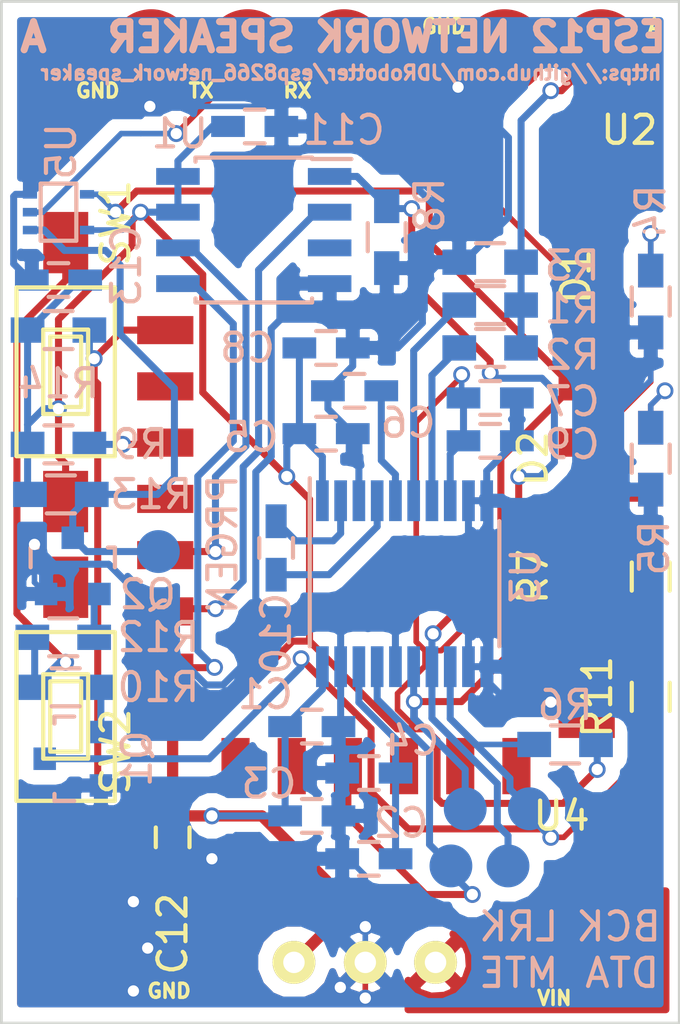
<source format=kicad_pcb>
(kicad_pcb (version 4) (host pcbnew 4.0.4-stable)

  (general
    (links 99)
    (no_connects 0)
    (area 130.251999 80.213999 154.482001 116.636001)
    (thickness 1.6)
    (drawings 14)
    (tracks 427)
    (zones 0)
    (modules 50)
    (nets 32)
  )

  (page A4)
  (layers
    (0 F.Cu signal hide)
    (31 B.Cu signal hide)
    (32 B.Adhes user hide)
    (33 F.Adhes user hide)
    (34 B.Paste user hide)
    (35 F.Paste user hide)
    (36 B.SilkS user hide)
    (37 F.SilkS user)
    (38 B.Mask user hide)
    (39 F.Mask user hide)
    (40 Dwgs.User user)
    (41 Cmts.User user hide)
    (42 Eco1.User user hide)
    (43 Eco2.User user hide)
    (44 Edge.Cuts user)
    (45 Margin user)
    (46 B.CrtYd user hide)
    (47 F.CrtYd user)
    (48 B.Fab user hide)
    (49 F.Fab user hide)
  )

  (setup
    (last_trace_width 0.2)
    (trace_clearance 0.2)
    (zone_clearance 0.508)
    (zone_45_only no)
    (trace_min 0.2)
    (segment_width 0.2)
    (edge_width 0.1)
    (via_size 0.6)
    (via_drill 0.4)
    (via_min_size 0.4)
    (via_min_drill 0.3)
    (uvia_size 0.3)
    (uvia_drill 0.1)
    (uvias_allowed no)
    (uvia_min_size 0.2)
    (uvia_min_drill 0.1)
    (pcb_text_width 0.3)
    (pcb_text_size 1.5 1.5)
    (mod_edge_width 0.15)
    (mod_text_size 1 1)
    (mod_text_width 0.15)
    (pad_size 1.5 1.5)
    (pad_drill 0.6)
    (pad_to_mask_clearance 0)
    (aux_axis_origin 0 0)
    (grid_origin 152.654 104.14)
    (visible_elements 7FFEEBFF)
    (pcbplotparams
      (layerselection 0x000e0_80000001)
      (usegerberextensions false)
      (excludeedgelayer true)
      (linewidth 0.100000)
      (plotframeref false)
      (viasonmask false)
      (mode 1)
      (useauxorigin false)
      (hpglpennumber 1)
      (hpglpenspeed 20)
      (hpglpendiameter 15)
      (hpglpenoverlay 2)
      (psnegative false)
      (psa4output false)
      (plotreference false)
      (plotvalue false)
      (plotinvisibletext false)
      (padsonsilk false)
      (subtractmaskfromsilk false)
      (outputformat 4)
      (mirror false)
      (drillshape 0)
      (scaleselection 1)
      (outputdirectory ""))
  )

  (net 0 "")
  (net 1 +3V3)
  (net 2 GND)
  (net 3 "Net-(C2-Pad2)")
  (net 4 "Net-(C6-Pad2)")
  (net 5 "Net-(C10-Pad1)")
  (net 6 "Net-(C10-Pad2)")
  (net 7 DAC_OUTL)
  (net 8 DAC_OUTR)
  (net 9 DAC_BCK)
  (net 10 ESP12_CS)
  (net 11 ESP12_MISO)
  (net 12 ESP12_MOSI)
  (net 13 ESP12_CLK)
  (net 14 DAC_LRCK)
  (net 15 DAC_DATA)
  (net 16 "Net-(D1-Pad1)")
  (net 17 LEDB)
  (net 18 "Net-(D2-Pad1)")
  (net 19 LEDA)
  (net 20 "Net-(R9-Pad1)")
  (net 21 "Net-(R10-Pad2)")
  (net 22 "Net-(R11-Pad2)")
  (net 23 /PROG_EN)
  (net 24 ESP12_RESET)
  (net 25 "Net-(Q1-Pad1)")
  (net 26 "Net-(Q2-Pad1)")
  (net 27 "Net-(R1-Pad1)")
  (net 28 ESP12_TX)
  (net 29 DAC_MUTE)
  (net 30 /VBATT)
  (net 31 /PROG_TX)

  (net_class Default "This is the default net class."
    (clearance 0.2)
    (trace_width 0.2)
    (via_dia 0.6)
    (via_drill 0.4)
    (uvia_dia 0.3)
    (uvia_drill 0.1)
    (add_net /PROG_EN)
    (add_net /PROG_TX)
    (add_net /VBATT)
    (add_net DAC_BCK)
    (add_net DAC_DATA)
    (add_net DAC_LRCK)
    (add_net DAC_MUTE)
    (add_net DAC_OUTL)
    (add_net DAC_OUTR)
    (add_net ESP12_CLK)
    (add_net ESP12_CS)
    (add_net ESP12_MISO)
    (add_net ESP12_MOSI)
    (add_net ESP12_RESET)
    (add_net ESP12_TX)
    (add_net GND)
    (add_net LEDA)
    (add_net LEDB)
    (add_net "Net-(C10-Pad1)")
    (add_net "Net-(C10-Pad2)")
    (add_net "Net-(C2-Pad2)")
    (add_net "Net-(C6-Pad2)")
    (add_net "Net-(D1-Pad1)")
    (add_net "Net-(D2-Pad1)")
    (add_net "Net-(Q1-Pad1)")
    (add_net "Net-(Q2-Pad1)")
    (add_net "Net-(R1-Pad1)")
    (add_net "Net-(R10-Pad2)")
    (add_net "Net-(R11-Pad2)")
    (add_net "Net-(R9-Pad1)")
  )

  (net_class n ""
    (clearance 0.2)
    (trace_width 0.4)
    (via_dia 0.6)
    (via_drill 0.4)
    (uvia_dia 0.3)
    (uvia_drill 0.1)
    (add_net +3V3)
  )

  (module Capacitors_SMD:C_0603_HandSoldering (layer B.Cu) (tedit 541A9B4D) (tstamp 5818F5B9)
    (at 132.334 90.17 180)
    (descr "Capacitor SMD 0603, hand soldering")
    (tags "capacitor 0603")
    (path /5818CAE7)
    (attr smd)
    (fp_text reference C13 (at -2.413 0.508 270) (layer B.SilkS)
      (effects (font (size 1 1) (thickness 0.15)) (justify mirror))
    )
    (fp_text value 100nF (at 0 -1.9 180) (layer B.Fab)
      (effects (font (size 1 1) (thickness 0.15)) (justify mirror))
    )
    (fp_line (start -1.85 0.75) (end 1.85 0.75) (layer B.CrtYd) (width 0.05))
    (fp_line (start -1.85 -0.75) (end 1.85 -0.75) (layer B.CrtYd) (width 0.05))
    (fp_line (start -1.85 0.75) (end -1.85 -0.75) (layer B.CrtYd) (width 0.05))
    (fp_line (start 1.85 0.75) (end 1.85 -0.75) (layer B.CrtYd) (width 0.05))
    (fp_line (start -0.35 0.6) (end 0.35 0.6) (layer B.SilkS) (width 0.15))
    (fp_line (start 0.35 -0.6) (end -0.35 -0.6) (layer B.SilkS) (width 0.15))
    (pad 1 smd rect (at -0.95 0 180) (size 1.2 0.75) (layers B.Cu B.Paste B.Mask)
      (net 1 +3V3))
    (pad 2 smd rect (at 0.95 0 180) (size 1.2 0.75) (layers B.Cu B.Paste B.Mask)
      (net 2 GND))
    (model Capacitors_SMD.3dshapes/C_0603_HandSoldering.wrl
      (at (xyz 0 0 0))
      (scale (xyz 1 1 1))
      (rotate (xyz 0 0 0))
    )
  )

  (module Housings_SOIC:SOIC-8_3.9x4.9mm_Pitch1.27mm (layer B.Cu) (tedit 54130A77) (tstamp 580931F8)
    (at 139.286 88.392 180)
    (descr "8-Lead Plastic Small Outline (SN) - Narrow, 3.90 mm Body [SOIC] (see Microchip Packaging Specification 00000049BS.pdf)")
    (tags "SOIC 1.27")
    (path /5809CABB)
    (attr smd)
    (fp_text reference U1 (at 2.634 3.429 180) (layer B.SilkS)
      (effects (font (size 1 1) (thickness 0.15)) (justify mirror))
    )
    (fp_text value 23LC1024 (at 0 -3.5 180) (layer B.Fab)
      (effects (font (size 1 1) (thickness 0.15)) (justify mirror))
    )
    (fp_line (start -0.95 2.45) (end 1.95 2.45) (layer B.Fab) (width 0.15))
    (fp_line (start 1.95 2.45) (end 1.95 -2.45) (layer B.Fab) (width 0.15))
    (fp_line (start 1.95 -2.45) (end -1.95 -2.45) (layer B.Fab) (width 0.15))
    (fp_line (start -1.95 -2.45) (end -1.95 1.45) (layer B.Fab) (width 0.15))
    (fp_line (start -1.95 1.45) (end -0.95 2.45) (layer B.Fab) (width 0.15))
    (fp_line (start -3.75 2.75) (end -3.75 -2.75) (layer B.CrtYd) (width 0.05))
    (fp_line (start 3.75 2.75) (end 3.75 -2.75) (layer B.CrtYd) (width 0.05))
    (fp_line (start -3.75 2.75) (end 3.75 2.75) (layer B.CrtYd) (width 0.05))
    (fp_line (start -3.75 -2.75) (end 3.75 -2.75) (layer B.CrtYd) (width 0.05))
    (fp_line (start -2.075 2.575) (end -2.075 2.525) (layer B.SilkS) (width 0.15))
    (fp_line (start 2.075 2.575) (end 2.075 2.43) (layer B.SilkS) (width 0.15))
    (fp_line (start 2.075 -2.575) (end 2.075 -2.43) (layer B.SilkS) (width 0.15))
    (fp_line (start -2.075 -2.575) (end -2.075 -2.43) (layer B.SilkS) (width 0.15))
    (fp_line (start -2.075 2.575) (end 2.075 2.575) (layer B.SilkS) (width 0.15))
    (fp_line (start -2.075 -2.575) (end 2.075 -2.575) (layer B.SilkS) (width 0.15))
    (fp_line (start -2.075 2.525) (end -3.475 2.525) (layer B.SilkS) (width 0.15))
    (pad 1 smd rect (at -2.7 1.905 180) (size 1.55 0.6) (layers B.Cu B.Paste B.Mask)
      (net 10 ESP12_CS))
    (pad 2 smd rect (at -2.7 0.635 180) (size 1.55 0.6) (layers B.Cu B.Paste B.Mask)
      (net 11 ESP12_MISO))
    (pad 3 smd rect (at -2.7 -0.635 180) (size 1.55 0.6) (layers B.Cu B.Paste B.Mask))
    (pad 4 smd rect (at -2.7 -1.905 180) (size 1.55 0.6) (layers B.Cu B.Paste B.Mask)
      (net 2 GND))
    (pad 5 smd rect (at 2.7 -1.905 180) (size 1.55 0.6) (layers B.Cu B.Paste B.Mask)
      (net 12 ESP12_MOSI))
    (pad 6 smd rect (at 2.7 -0.635 180) (size 1.55 0.6) (layers B.Cu B.Paste B.Mask)
      (net 13 ESP12_CLK))
    (pad 7 smd rect (at 2.7 0.635 180) (size 1.55 0.6) (layers B.Cu B.Paste B.Mask)
      (net 1 +3V3))
    (pad 8 smd rect (at 2.7 1.905 180) (size 1.55 0.6) (layers B.Cu B.Paste B.Mask)
      (net 1 +3V3))
    (model Housings_SOIC.3dshapes/SOIC-8_3.9x4.9mm_Pitch1.27mm.wrl
      (at (xyz 0 0 0))
      (scale (xyz 1 1 1))
      (rotate (xyz 0 0 0))
    )
  )

  (module Housings_SSOP:TSSOP-20_4.4x6.5mm_Pitch0.65mm (layer B.Cu) (tedit 54130A77) (tstamp 58039BF1)
    (at 144.653 100.965 270)
    (descr "20-Lead Plastic Thin Shrink Small Outline (ST)-4.4 mm Body [TSSOP] (see Microchip Packaging Specification 00000049BS.pdf)")
    (tags "SSOP 0.65")
    (path /58038D3C)
    (attr smd)
    (fp_text reference U3 (at -0.254 -4.318 270) (layer B.SilkS)
      (effects (font (size 1 1) (thickness 0.15)) (justify mirror))
    )
    (fp_text value PCM5100A (at 0 -4.3 270) (layer B.Fab)
      (effects (font (size 1 1) (thickness 0.15)) (justify mirror))
    )
    (fp_line (start -3.95 3.55) (end -3.95 -3.55) (layer B.CrtYd) (width 0.05))
    (fp_line (start 3.95 3.55) (end 3.95 -3.55) (layer B.CrtYd) (width 0.05))
    (fp_line (start -3.95 3.55) (end 3.95 3.55) (layer B.CrtYd) (width 0.05))
    (fp_line (start -3.95 -3.55) (end 3.95 -3.55) (layer B.CrtYd) (width 0.05))
    (fp_line (start -2.225 -3.375) (end 2.225 -3.375) (layer B.SilkS) (width 0.15))
    (fp_line (start -3.75 3.375) (end 2.225 3.375) (layer B.SilkS) (width 0.15))
    (pad 1 smd rect (at -2.95 2.925 270) (size 1.45 0.45) (layers B.Cu B.Paste B.Mask)
      (net 1 +3V3))
    (pad 2 smd rect (at -2.95 2.275 270) (size 1.45 0.45) (layers B.Cu B.Paste B.Mask)
      (net 5 "Net-(C10-Pad1)"))
    (pad 3 smd rect (at -2.95 1.625 270) (size 1.45 0.45) (layers B.Cu B.Paste B.Mask)
      (net 2 GND))
    (pad 4 smd rect (at -2.95 0.975 270) (size 1.45 0.45) (layers B.Cu B.Paste B.Mask)
      (net 6 "Net-(C10-Pad2)"))
    (pad 5 smd rect (at -2.95 0.325 270) (size 1.45 0.45) (layers B.Cu B.Paste B.Mask)
      (net 4 "Net-(C6-Pad2)"))
    (pad 6 smd rect (at -2.95 -0.325 270) (size 1.45 0.45) (layers B.Cu B.Paste B.Mask)
      (net 7 DAC_OUTL))
    (pad 7 smd rect (at -2.95 -0.975 270) (size 1.45 0.45) (layers B.Cu B.Paste B.Mask)
      (net 8 DAC_OUTR))
    (pad 8 smd rect (at -2.95 -1.625 270) (size 1.45 0.45) (layers B.Cu B.Paste B.Mask)
      (net 1 +3V3))
    (pad 9 smd rect (at -2.95 -2.275 270) (size 1.45 0.45) (layers B.Cu B.Paste B.Mask)
      (net 2 GND))
    (pad 10 smd rect (at -2.95 -2.925 270) (size 1.45 0.45) (layers B.Cu B.Paste B.Mask)
      (net 2 GND))
    (pad 11 smd rect (at 2.95 -2.925 270) (size 1.45 0.45) (layers B.Cu B.Paste B.Mask)
      (net 2 GND))
    (pad 12 smd rect (at 2.95 -2.275 270) (size 1.45 0.45) (layers B.Cu B.Paste B.Mask)
      (net 2 GND))
    (pad 13 smd rect (at 2.95 -1.625 270) (size 1.45 0.45) (layers B.Cu B.Paste B.Mask)
      (net 9 DAC_BCK))
    (pad 14 smd rect (at 2.95 -0.975 270) (size 1.45 0.45) (layers B.Cu B.Paste B.Mask)
      (net 15 DAC_DATA))
    (pad 15 smd rect (at 2.95 -0.325 270) (size 1.45 0.45) (layers B.Cu B.Paste B.Mask)
      (net 14 DAC_LRCK))
    (pad 16 smd rect (at 2.95 0.325 270) (size 1.45 0.45) (layers B.Cu B.Paste B.Mask)
      (net 2 GND))
    (pad 17 smd rect (at 2.95 0.975 270) (size 1.45 0.45) (layers B.Cu B.Paste B.Mask)
      (net 29 DAC_MUTE))
    (pad 18 smd rect (at 2.95 1.625 270) (size 1.45 0.45) (layers B.Cu B.Paste B.Mask)
      (net 3 "Net-(C2-Pad2)"))
    (pad 19 smd rect (at 2.95 2.275 270) (size 1.45 0.45) (layers B.Cu B.Paste B.Mask)
      (net 2 GND))
    (pad 20 smd rect (at 2.95 2.925 270) (size 1.45 0.45) (layers B.Cu B.Paste B.Mask)
      (net 1 +3V3))
    (model Housings_SSOP.3dshapes/TSSOP-20_4.4x6.5mm_Pitch0.65mm.wrl
      (at (xyz 0 0 0))
      (scale (xyz 1 1 1))
      (rotate (xyz 0 0 0))
    )
  )

  (module ESP12:ESP12 (layer F.Cu) (tedit 5818FFC9) (tstamp 5818F5DE)
    (at 135.636 107.95)
    (path /5809BC13)
    (fp_text reference U2 (at 17.018 -23.114) (layer F.SilkS)
      (effects (font (size 1 1) (thickness 0.15)))
    )
    (fp_text value ESP12 (at 3 -22.5) (layer F.Fab)
      (effects (font (size 1 1) (thickness 0.15)))
    )
    (fp_line (start 0 -17.5) (end 0 -24) (layer F.CrtYd) (width 0.15))
    (fp_line (start 0 -24) (end 16 -24) (layer F.CrtYd) (width 0.15))
    (fp_line (start 16 -24) (end 16 -17) (layer F.CrtYd) (width 0.15))
    (fp_line (start 16 0) (end 0 0) (layer F.CrtYd) (width 0.15))
    (fp_line (start 16 0) (end 16 -17) (layer F.CrtYd) (width 0.15))
    (fp_line (start 0 -17.5) (end 0 0) (layer F.CrtYd) (width 0.15))
    (pad 1 smd rect (at 0.5 -16) (size 2 1) (layers F.Cu F.Paste F.Mask)
      (net 24 ESP12_RESET))
    (pad 2 smd rect (at 0.5 -14) (size 2 1) (layers F.Cu F.Paste F.Mask))
    (pad 3 smd rect (at 0.5 -12) (size 2 1) (layers F.Cu F.Paste F.Mask)
      (net 20 "Net-(R9-Pad1)"))
    (pad 4 smd rect (at 0.5 -10) (size 2 1) (layers F.Cu F.Paste F.Mask))
    (pad 5 smd rect (at 0.5 -8) (size 2 1) (layers F.Cu F.Paste F.Mask)
      (net 13 ESP12_CLK))
    (pad 6 smd rect (at 0.5 -6) (size 2 1) (layers F.Cu F.Paste F.Mask)
      (net 11 ESP12_MISO))
    (pad 7 smd rect (at 0.5 -4) (size 2 1) (layers F.Cu F.Paste F.Mask)
      (net 12 ESP12_MOSI))
    (pad 8 smd rect (at 0.5 -2) (size 2 1) (layers F.Cu F.Paste F.Mask)
      (net 1 +3V3))
    (pad 9 smd rect (at 3 -0.5 90) (size 2 1) (layers F.Cu F.Paste F.Mask))
    (pad 10 smd rect (at 5 -0.5 90) (size 2 1) (layers F.Cu F.Paste F.Mask))
    (pad 11 smd rect (at 7 -0.5 90) (size 2 1) (layers F.Cu F.Paste F.Mask)
      (net 29 DAC_MUTE))
    (pad 12 smd rect (at 9 -0.5 90) (size 2 1) (layers F.Cu F.Paste F.Mask))
    (pad 13 smd rect (at 11 -0.5 90) (size 2 1) (layers F.Cu F.Paste F.Mask))
    (pad 14 smd rect (at 13 -0.5 90) (size 2 1) (layers F.Cu F.Paste F.Mask))
    (pad 15 smd rect (at 15.5 -2) (size 2 1) (layers F.Cu F.Paste F.Mask)
      (net 2 GND))
    (pad 16 smd rect (at 15.5 -4) (size 2 1) (layers F.Cu F.Paste F.Mask)
      (net 22 "Net-(R11-Pad2)"))
    (pad 17 smd rect (at 15.5 -6) (size 2 1) (layers F.Cu F.Paste F.Mask)
      (net 14 DAC_LRCK))
    (pad 18 smd rect (at 15.5 -8) (size 2 1) (layers F.Cu F.Paste F.Mask)
      (net 10 ESP12_CS))
    (pad 19 smd rect (at 15.5 -10) (size 2 1) (layers F.Cu F.Paste F.Mask)
      (net 19 LEDA))
    (pad 20 smd rect (at 15.5 -12) (size 2 1) (layers F.Cu F.Paste F.Mask)
      (net 17 LEDB))
    (pad 21 smd rect (at 15.5 -14) (size 2 1) (layers F.Cu F.Paste F.Mask)
      (net 15 DAC_DATA))
    (pad 22 smd rect (at 15.5 -16) (size 2 1) (layers F.Cu F.Paste F.Mask)
      (net 28 ESP12_TX))
  )

  (module Capacitors_SMD:C_0603_HandSoldering (layer B.Cu) (tedit 541A9B4D) (tstamp 58039B7D)
    (at 141.351 106.045)
    (descr "Capacitor SMD 0603, hand soldering")
    (tags "capacitor 0603")
    (path /5803945D)
    (attr smd)
    (fp_text reference C1 (at -1.651 -1.143) (layer B.SilkS)
      (effects (font (size 1 1) (thickness 0.15)) (justify mirror))
    )
    (fp_text value 100nF (at 0 -1.9) (layer B.Fab)
      (effects (font (size 1 1) (thickness 0.15)) (justify mirror))
    )
    (fp_line (start -1.85 0.75) (end 1.85 0.75) (layer B.CrtYd) (width 0.05))
    (fp_line (start -1.85 -0.75) (end 1.85 -0.75) (layer B.CrtYd) (width 0.05))
    (fp_line (start -1.85 0.75) (end -1.85 -0.75) (layer B.CrtYd) (width 0.05))
    (fp_line (start 1.85 0.75) (end 1.85 -0.75) (layer B.CrtYd) (width 0.05))
    (fp_line (start -0.35 0.6) (end 0.35 0.6) (layer B.SilkS) (width 0.15))
    (fp_line (start 0.35 -0.6) (end -0.35 -0.6) (layer B.SilkS) (width 0.15))
    (pad 1 smd rect (at -0.95 0) (size 1.2 0.75) (layers B.Cu B.Paste B.Mask)
      (net 1 +3V3))
    (pad 2 smd rect (at 0.95 0) (size 1.2 0.75) (layers B.Cu B.Paste B.Mask)
      (net 2 GND))
    (model Capacitors_SMD.3dshapes/C_0603_HandSoldering.wrl
      (at (xyz 0 0 0))
      (scale (xyz 1 1 1))
      (rotate (xyz 0 0 0))
    )
  )

  (module Capacitors_SMD:C_0603_HandSoldering (layer B.Cu) (tedit 541A9B4D) (tstamp 58039B83)
    (at 143.383 110.744)
    (descr "Capacitor SMD 0603, hand soldering")
    (tags "capacitor 0603")
    (path /580394C0)
    (attr smd)
    (fp_text reference C2 (at 1.143 -1.27) (layer B.SilkS)
      (effects (font (size 1 1) (thickness 0.15)) (justify mirror))
    )
    (fp_text value 100nF (at 0 -1.9) (layer B.Fab)
      (effects (font (size 1 1) (thickness 0.15)) (justify mirror))
    )
    (fp_line (start -1.85 0.75) (end 1.85 0.75) (layer B.CrtYd) (width 0.05))
    (fp_line (start -1.85 -0.75) (end 1.85 -0.75) (layer B.CrtYd) (width 0.05))
    (fp_line (start -1.85 0.75) (end -1.85 -0.75) (layer B.CrtYd) (width 0.05))
    (fp_line (start 1.85 0.75) (end 1.85 -0.75) (layer B.CrtYd) (width 0.05))
    (fp_line (start -0.35 0.6) (end 0.35 0.6) (layer B.SilkS) (width 0.15))
    (fp_line (start 0.35 -0.6) (end -0.35 -0.6) (layer B.SilkS) (width 0.15))
    (pad 1 smd rect (at -0.95 0) (size 1.2 0.75) (layers B.Cu B.Paste B.Mask)
      (net 2 GND))
    (pad 2 smd rect (at 0.95 0) (size 1.2 0.75) (layers B.Cu B.Paste B.Mask)
      (net 3 "Net-(C2-Pad2)"))
    (model Capacitors_SMD.3dshapes/C_0603_HandSoldering.wrl
      (at (xyz 0 0 0))
      (scale (xyz 1 1 1))
      (rotate (xyz 0 0 0))
    )
  )

  (module Capacitors_SMD:C_0603_HandSoldering (layer B.Cu) (tedit 541A9B4D) (tstamp 58039BA7)
    (at 141.859 92.583)
    (descr "Capacitor SMD 0603, hand soldering")
    (tags "capacitor 0603")
    (path /5803A91B)
    (attr smd)
    (fp_text reference C8 (at -2.794 0) (layer B.SilkS)
      (effects (font (size 1 1) (thickness 0.15)) (justify mirror))
    )
    (fp_text value 100nF (at 0 -1.9) (layer B.Fab)
      (effects (font (size 1 1) (thickness 0.15)) (justify mirror))
    )
    (fp_line (start -1.85 0.75) (end 1.85 0.75) (layer B.CrtYd) (width 0.05))
    (fp_line (start -1.85 -0.75) (end 1.85 -0.75) (layer B.CrtYd) (width 0.05))
    (fp_line (start -1.85 0.75) (end -1.85 -0.75) (layer B.CrtYd) (width 0.05))
    (fp_line (start 1.85 0.75) (end 1.85 -0.75) (layer B.CrtYd) (width 0.05))
    (fp_line (start -0.35 0.6) (end 0.35 0.6) (layer B.SilkS) (width 0.15))
    (fp_line (start 0.35 -0.6) (end -0.35 -0.6) (layer B.SilkS) (width 0.15))
    (pad 1 smd rect (at -0.95 0) (size 1.2 0.75) (layers B.Cu B.Paste B.Mask)
      (net 1 +3V3))
    (pad 2 smd rect (at 0.95 0) (size 1.2 0.75) (layers B.Cu B.Paste B.Mask)
      (net 2 GND))
    (model Capacitors_SMD.3dshapes/C_0603_HandSoldering.wrl
      (at (xyz 0 0 0))
      (scale (xyz 1 1 1))
      (rotate (xyz 0 0 0))
    )
  )

  (module Capacitors_SMD:C_0603_HandSoldering (layer B.Cu) (tedit 541A9B4D) (tstamp 58039BAD)
    (at 147.701 95.885)
    (descr "Capacitor SMD 0603, hand soldering")
    (tags "capacitor 0603")
    (path /5803A1E4)
    (attr smd)
    (fp_text reference C9 (at 2.921 0.127) (layer B.SilkS)
      (effects (font (size 1 1) (thickness 0.15)) (justify mirror))
    )
    (fp_text value 100nF (at 0 -1.9) (layer B.Fab)
      (effects (font (size 1 1) (thickness 0.15)) (justify mirror))
    )
    (fp_line (start -1.85 0.75) (end 1.85 0.75) (layer B.CrtYd) (width 0.05))
    (fp_line (start -1.85 -0.75) (end 1.85 -0.75) (layer B.CrtYd) (width 0.05))
    (fp_line (start -1.85 0.75) (end -1.85 -0.75) (layer B.CrtYd) (width 0.05))
    (fp_line (start 1.85 0.75) (end 1.85 -0.75) (layer B.CrtYd) (width 0.05))
    (fp_line (start -0.35 0.6) (end 0.35 0.6) (layer B.SilkS) (width 0.15))
    (fp_line (start 0.35 -0.6) (end -0.35 -0.6) (layer B.SilkS) (width 0.15))
    (pad 1 smd rect (at -0.95 0) (size 1.2 0.75) (layers B.Cu B.Paste B.Mask)
      (net 1 +3V3))
    (pad 2 smd rect (at 0.95 0) (size 1.2 0.75) (layers B.Cu B.Paste B.Mask)
      (net 2 GND))
    (model Capacitors_SMD.3dshapes/C_0603_HandSoldering.wrl
      (at (xyz 0 0 0))
      (scale (xyz 1 1 1))
      (rotate (xyz 0 0 0))
    )
  )

  (module Capacitors_SMD:C_0603_HandSoldering (layer B.Cu) (tedit 541A9B4D) (tstamp 5803A06B)
    (at 141.351 109.22)
    (descr "Capacitor SMD 0603, hand soldering")
    (tags "capacitor 0603")
    (path /5803954A)
    (attr smd)
    (fp_text reference C3 (at -1.524 -1.143) (layer B.SilkS)
      (effects (font (size 1 1) (thickness 0.15)) (justify mirror))
    )
    (fp_text value 10uF (at 0 -1.9) (layer B.Fab)
      (effects (font (size 1 1) (thickness 0.15)) (justify mirror))
    )
    (fp_line (start -1.85 0.75) (end 1.85 0.75) (layer B.CrtYd) (width 0.05))
    (fp_line (start -1.85 -0.75) (end 1.85 -0.75) (layer B.CrtYd) (width 0.05))
    (fp_line (start -1.85 0.75) (end -1.85 -0.75) (layer B.CrtYd) (width 0.05))
    (fp_line (start 1.85 0.75) (end 1.85 -0.75) (layer B.CrtYd) (width 0.05))
    (fp_line (start -0.35 0.6) (end 0.35 0.6) (layer B.SilkS) (width 0.15))
    (fp_line (start 0.35 -0.6) (end -0.35 -0.6) (layer B.SilkS) (width 0.15))
    (pad 1 smd rect (at -0.95 0) (size 1.2 0.75) (layers B.Cu B.Paste B.Mask)
      (net 1 +3V3))
    (pad 2 smd rect (at 0.95 0) (size 1.2 0.75) (layers B.Cu B.Paste B.Mask)
      (net 2 GND))
    (model Capacitors_SMD.3dshapes/C_0603_HandSoldering.wrl
      (at (xyz 0 0 0))
      (scale (xyz 1 1 1))
      (rotate (xyz 0 0 0))
    )
  )

  (module Capacitors_SMD:C_0603_HandSoldering (layer B.Cu) (tedit 541A9B4D) (tstamp 5803A070)
    (at 143.383 107.696 180)
    (descr "Capacitor SMD 0603, hand soldering")
    (tags "capacitor 0603")
    (path /580394ED)
    (attr smd)
    (fp_text reference C4 (at -1.524 1.143 180) (layer B.SilkS)
      (effects (font (size 1 1) (thickness 0.15)) (justify mirror))
    )
    (fp_text value 10uF (at 0 -1.9 180) (layer B.Fab)
      (effects (font (size 1 1) (thickness 0.15)) (justify mirror))
    )
    (fp_line (start -1.85 0.75) (end 1.85 0.75) (layer B.CrtYd) (width 0.05))
    (fp_line (start -1.85 -0.75) (end 1.85 -0.75) (layer B.CrtYd) (width 0.05))
    (fp_line (start -1.85 0.75) (end -1.85 -0.75) (layer B.CrtYd) (width 0.05))
    (fp_line (start 1.85 0.75) (end 1.85 -0.75) (layer B.CrtYd) (width 0.05))
    (fp_line (start -0.35 0.6) (end 0.35 0.6) (layer B.SilkS) (width 0.15))
    (fp_line (start 0.35 -0.6) (end -0.35 -0.6) (layer B.SilkS) (width 0.15))
    (pad 1 smd rect (at -0.95 0 180) (size 1.2 0.75) (layers B.Cu B.Paste B.Mask)
      (net 3 "Net-(C2-Pad2)"))
    (pad 2 smd rect (at 0.95 0 180) (size 1.2 0.75) (layers B.Cu B.Paste B.Mask)
      (net 2 GND))
    (model Capacitors_SMD.3dshapes/C_0603_HandSoldering.wrl
      (at (xyz 0 0 0))
      (scale (xyz 1 1 1))
      (rotate (xyz 0 0 0))
    )
  )

  (module Capacitors_SMD:C_0603_HandSoldering (layer B.Cu) (tedit 541A9B4D) (tstamp 5803A075)
    (at 141.859 95.631)
    (descr "Capacitor SMD 0603, hand soldering")
    (tags "capacitor 0603")
    (path /5803A987)
    (attr smd)
    (fp_text reference C5 (at -2.667 0.127) (layer B.SilkS)
      (effects (font (size 1 1) (thickness 0.15)) (justify mirror))
    )
    (fp_text value 10uF (at 0 -1.9) (layer B.Fab)
      (effects (font (size 1 1) (thickness 0.15)) (justify mirror))
    )
    (fp_line (start -1.85 0.75) (end 1.85 0.75) (layer B.CrtYd) (width 0.05))
    (fp_line (start -1.85 -0.75) (end 1.85 -0.75) (layer B.CrtYd) (width 0.05))
    (fp_line (start -1.85 0.75) (end -1.85 -0.75) (layer B.CrtYd) (width 0.05))
    (fp_line (start 1.85 0.75) (end 1.85 -0.75) (layer B.CrtYd) (width 0.05))
    (fp_line (start -0.35 0.6) (end 0.35 0.6) (layer B.SilkS) (width 0.15))
    (fp_line (start 0.35 -0.6) (end -0.35 -0.6) (layer B.SilkS) (width 0.15))
    (pad 1 smd rect (at -0.95 0) (size 1.2 0.75) (layers B.Cu B.Paste B.Mask)
      (net 1 +3V3))
    (pad 2 smd rect (at 0.95 0) (size 1.2 0.75) (layers B.Cu B.Paste B.Mask)
      (net 2 GND))
    (model Capacitors_SMD.3dshapes/C_0603_HandSoldering.wrl
      (at (xyz 0 0 0))
      (scale (xyz 1 1 1))
      (rotate (xyz 0 0 0))
    )
  )

  (module Capacitors_SMD:C_0603_HandSoldering (layer B.Cu) (tedit 541A9B4D) (tstamp 5803A07A)
    (at 142.875 94.107)
    (descr "Capacitor SMD 0603, hand soldering")
    (tags "capacitor 0603")
    (path /5803AB94)
    (attr smd)
    (fp_text reference C6 (at 1.905 1.143) (layer B.SilkS)
      (effects (font (size 1 1) (thickness 0.15)) (justify mirror))
    )
    (fp_text value 2.2uF (at 0 -1.9) (layer B.Fab)
      (effects (font (size 1 1) (thickness 0.15)) (justify mirror))
    )
    (fp_line (start -1.85 0.75) (end 1.85 0.75) (layer B.CrtYd) (width 0.05))
    (fp_line (start -1.85 -0.75) (end 1.85 -0.75) (layer B.CrtYd) (width 0.05))
    (fp_line (start -1.85 0.75) (end -1.85 -0.75) (layer B.CrtYd) (width 0.05))
    (fp_line (start 1.85 0.75) (end 1.85 -0.75) (layer B.CrtYd) (width 0.05))
    (fp_line (start -0.35 0.6) (end 0.35 0.6) (layer B.SilkS) (width 0.15))
    (fp_line (start 0.35 -0.6) (end -0.35 -0.6) (layer B.SilkS) (width 0.15))
    (pad 1 smd rect (at -0.95 0) (size 1.2 0.75) (layers B.Cu B.Paste B.Mask)
      (net 2 GND))
    (pad 2 smd rect (at 0.95 0) (size 1.2 0.75) (layers B.Cu B.Paste B.Mask)
      (net 4 "Net-(C6-Pad2)"))
    (model Capacitors_SMD.3dshapes/C_0603_HandSoldering.wrl
      (at (xyz 0 0 0))
      (scale (xyz 1 1 1))
      (rotate (xyz 0 0 0))
    )
  )

  (module Capacitors_SMD:C_0603_HandSoldering (layer B.Cu) (tedit 541A9B4D) (tstamp 5803A07F)
    (at 147.701 94.361)
    (descr "Capacitor SMD 0603, hand soldering")
    (tags "capacitor 0603")
    (path /5803A242)
    (attr smd)
    (fp_text reference C7 (at 2.921 0.127) (layer B.SilkS)
      (effects (font (size 1 1) (thickness 0.15)) (justify mirror))
    )
    (fp_text value 10uF (at 0 -1.9) (layer B.Fab)
      (effects (font (size 1 1) (thickness 0.15)) (justify mirror))
    )
    (fp_line (start -1.85 0.75) (end 1.85 0.75) (layer B.CrtYd) (width 0.05))
    (fp_line (start -1.85 -0.75) (end 1.85 -0.75) (layer B.CrtYd) (width 0.05))
    (fp_line (start -1.85 0.75) (end -1.85 -0.75) (layer B.CrtYd) (width 0.05))
    (fp_line (start 1.85 0.75) (end 1.85 -0.75) (layer B.CrtYd) (width 0.05))
    (fp_line (start -0.35 0.6) (end 0.35 0.6) (layer B.SilkS) (width 0.15))
    (fp_line (start 0.35 -0.6) (end -0.35 -0.6) (layer B.SilkS) (width 0.15))
    (pad 1 smd rect (at -0.95 0) (size 1.2 0.75) (layers B.Cu B.Paste B.Mask)
      (net 1 +3V3))
    (pad 2 smd rect (at 0.95 0) (size 1.2 0.75) (layers B.Cu B.Paste B.Mask)
      (net 2 GND))
    (model Capacitors_SMD.3dshapes/C_0603_HandSoldering.wrl
      (at (xyz 0 0 0))
      (scale (xyz 1 1 1))
      (rotate (xyz 0 0 0))
    )
  )

  (module Capacitors_SMD:C_0603_HandSoldering (layer B.Cu) (tedit 541A9B4D) (tstamp 5803A084)
    (at 140.081 99.695 270)
    (descr "Capacitor SMD 0603, hand soldering")
    (tags "capacitor 0603")
    (path /5803AD3E)
    (attr smd)
    (fp_text reference C10 (at 3.048 0 270) (layer B.SilkS)
      (effects (font (size 1 1) (thickness 0.15)) (justify mirror))
    )
    (fp_text value 2.2uF (at 0 -1.9 270) (layer B.Fab)
      (effects (font (size 1 1) (thickness 0.15)) (justify mirror))
    )
    (fp_line (start -1.85 0.75) (end 1.85 0.75) (layer B.CrtYd) (width 0.05))
    (fp_line (start -1.85 -0.75) (end 1.85 -0.75) (layer B.CrtYd) (width 0.05))
    (fp_line (start -1.85 0.75) (end -1.85 -0.75) (layer B.CrtYd) (width 0.05))
    (fp_line (start 1.85 0.75) (end 1.85 -0.75) (layer B.CrtYd) (width 0.05))
    (fp_line (start -0.35 0.6) (end 0.35 0.6) (layer B.SilkS) (width 0.15))
    (fp_line (start 0.35 -0.6) (end -0.35 -0.6) (layer B.SilkS) (width 0.15))
    (pad 1 smd rect (at -0.95 0 270) (size 1.2 0.75) (layers B.Cu B.Paste B.Mask)
      (net 5 "Net-(C10-Pad1)"))
    (pad 2 smd rect (at 0.95 0 270) (size 1.2 0.75) (layers B.Cu B.Paste B.Mask)
      (net 6 "Net-(C10-Pad2)"))
    (model Capacitors_SMD.3dshapes/C_0603_HandSoldering.wrl
      (at (xyz 0 0 0))
      (scale (xyz 1 1 1))
      (rotate (xyz 0 0 0))
    )
  )

  (module Capacitors_SMD:C_0603_HandSoldering (layer B.Cu) (tedit 541A9B4D) (tstamp 58092943)
    (at 139.319 84.709)
    (descr "Capacitor SMD 0603, hand soldering")
    (tags "capacitor 0603")
    (path /58099D35)
    (attr smd)
    (fp_text reference C11 (at 3.175 0.127) (layer B.SilkS)
      (effects (font (size 1 1) (thickness 0.15)) (justify mirror))
    )
    (fp_text value 100nF (at 0 -1.9) (layer B.Fab)
      (effects (font (size 1 1) (thickness 0.15)) (justify mirror))
    )
    (fp_line (start -0.8 -0.4) (end -0.8 0.4) (layer B.Fab) (width 0.15))
    (fp_line (start 0.8 -0.4) (end -0.8 -0.4) (layer B.Fab) (width 0.15))
    (fp_line (start 0.8 0.4) (end 0.8 -0.4) (layer B.Fab) (width 0.15))
    (fp_line (start -0.8 0.4) (end 0.8 0.4) (layer B.Fab) (width 0.15))
    (fp_line (start -1.85 0.75) (end 1.85 0.75) (layer B.CrtYd) (width 0.05))
    (fp_line (start -1.85 -0.75) (end 1.85 -0.75) (layer B.CrtYd) (width 0.05))
    (fp_line (start -1.85 0.75) (end -1.85 -0.75) (layer B.CrtYd) (width 0.05))
    (fp_line (start 1.85 0.75) (end 1.85 -0.75) (layer B.CrtYd) (width 0.05))
    (fp_line (start -0.35 0.6) (end 0.35 0.6) (layer B.SilkS) (width 0.15))
    (fp_line (start 0.35 -0.6) (end -0.35 -0.6) (layer B.SilkS) (width 0.15))
    (pad 1 smd rect (at -0.95 0) (size 1.2 0.75) (layers B.Cu B.Paste B.Mask)
      (net 1 +3V3))
    (pad 2 smd rect (at 0.95 0) (size 1.2 0.75) (layers B.Cu B.Paste B.Mask)
      (net 2 GND))
    (model Capacitors_SMD.3dshapes/C_0603_HandSoldering.wrl
      (at (xyz 0 0 0))
      (scale (xyz 1 1 1))
      (rotate (xyz 0 0 0))
    )
  )

  (module Resistors_SMD:R_0603_HandSoldering (layer B.Cu) (tedit 5418A00F) (tstamp 580930B2)
    (at 147.701 91.059 180)
    (descr "Resistor SMD 0603, hand soldering")
    (tags "resistor 0603")
    (path /58092A6A)
    (attr smd)
    (fp_text reference R1 (at -2.921 -0.127 180) (layer B.SilkS)
      (effects (font (size 1 1) (thickness 0.15)) (justify mirror))
    )
    (fp_text value 470 (at 0 -1.9 180) (layer B.Fab)
      (effects (font (size 1 1) (thickness 0.15)) (justify mirror))
    )
    (fp_line (start -2 0.8) (end 2 0.8) (layer B.CrtYd) (width 0.05))
    (fp_line (start -2 -0.8) (end 2 -0.8) (layer B.CrtYd) (width 0.05))
    (fp_line (start -2 0.8) (end -2 -0.8) (layer B.CrtYd) (width 0.05))
    (fp_line (start 2 0.8) (end 2 -0.8) (layer B.CrtYd) (width 0.05))
    (fp_line (start 0.5 -0.675) (end -0.5 -0.675) (layer B.SilkS) (width 0.15))
    (fp_line (start -0.5 0.675) (end 0.5 0.675) (layer B.SilkS) (width 0.15))
    (pad 1 smd rect (at -1.1 0 180) (size 1.2 0.9) (layers B.Cu B.Paste B.Mask)
      (net 27 "Net-(R1-Pad1)"))
    (pad 2 smd rect (at 1.1 0 180) (size 1.2 0.9) (layers B.Cu B.Paste B.Mask)
      (net 7 DAC_OUTL))
    (model Resistors_SMD.3dshapes/R_0603_HandSoldering.wrl
      (at (xyz 0 0 0))
      (scale (xyz 1 1 1))
      (rotate (xyz 0 0 0))
    )
  )

  (module Resistors_SMD:R_0603_HandSoldering (layer B.Cu) (tedit 5418A00F) (tstamp 580930B8)
    (at 147.701 92.583 180)
    (descr "Resistor SMD 0603, hand soldering")
    (tags "resistor 0603")
    (path /58092829)
    (attr smd)
    (fp_text reference R2 (at -2.921 -0.254 180) (layer B.SilkS)
      (effects (font (size 1 1) (thickness 0.15)) (justify mirror))
    )
    (fp_text value 470 (at 0 -1.9 180) (layer B.Fab)
      (effects (font (size 1 1) (thickness 0.15)) (justify mirror))
    )
    (fp_line (start -2 0.8) (end 2 0.8) (layer B.CrtYd) (width 0.05))
    (fp_line (start -2 -0.8) (end 2 -0.8) (layer B.CrtYd) (width 0.05))
    (fp_line (start -2 0.8) (end -2 -0.8) (layer B.CrtYd) (width 0.05))
    (fp_line (start 2 0.8) (end 2 -0.8) (layer B.CrtYd) (width 0.05))
    (fp_line (start 0.5 -0.675) (end -0.5 -0.675) (layer B.SilkS) (width 0.15))
    (fp_line (start -0.5 0.675) (end 0.5 0.675) (layer B.SilkS) (width 0.15))
    (pad 1 smd rect (at -1.1 0 180) (size 1.2 0.9) (layers B.Cu B.Paste B.Mask)
      (net 27 "Net-(R1-Pad1)"))
    (pad 2 smd rect (at 1.1 0 180) (size 1.2 0.9) (layers B.Cu B.Paste B.Mask)
      (net 8 DAC_OUTR))
    (model Resistors_SMD.3dshapes/R_0603_HandSoldering.wrl
      (at (xyz 0 0 0))
      (scale (xyz 1 1 1))
      (rotate (xyz 0 0 0))
    )
  )

  (module Resistors_SMD:R_0603_HandSoldering (layer B.Cu) (tedit 5418A00F) (tstamp 580930BE)
    (at 147.701 89.535 180)
    (descr "Resistor SMD 0603, hand soldering")
    (tags "resistor 0603")
    (path /58092ACB)
    (attr smd)
    (fp_text reference R3 (at -2.921 -0.127 180) (layer B.SilkS)
      (effects (font (size 1 1) (thickness 0.15)) (justify mirror))
    )
    (fp_text value 10k (at 0 -1.9 180) (layer B.Fab)
      (effects (font (size 1 1) (thickness 0.15)) (justify mirror))
    )
    (fp_line (start -2 0.8) (end 2 0.8) (layer B.CrtYd) (width 0.05))
    (fp_line (start -2 -0.8) (end 2 -0.8) (layer B.CrtYd) (width 0.05))
    (fp_line (start -2 0.8) (end -2 -0.8) (layer B.CrtYd) (width 0.05))
    (fp_line (start 2 0.8) (end 2 -0.8) (layer B.CrtYd) (width 0.05))
    (fp_line (start 0.5 -0.675) (end -0.5 -0.675) (layer B.SilkS) (width 0.15))
    (fp_line (start -0.5 0.675) (end 0.5 0.675) (layer B.SilkS) (width 0.15))
    (pad 1 smd rect (at -1.1 0 180) (size 1.2 0.9) (layers B.Cu B.Paste B.Mask)
      (net 27 "Net-(R1-Pad1)"))
    (pad 2 smd rect (at 1.1 0 180) (size 1.2 0.9) (layers B.Cu B.Paste B.Mask)
      (net 2 GND))
    (model Resistors_SMD.3dshapes/R_0603_HandSoldering.wrl
      (at (xyz 0 0 0))
      (scale (xyz 1 1 1))
      (rotate (xyz 0 0 0))
    )
  )

  (module Capacitors_SMD:C_0603_HandSoldering (layer F.Cu) (tedit 541A9B4D) (tstamp 580934A6)
    (at 136.398 109.982 270)
    (descr "Capacitor SMD 0603, hand soldering")
    (tags "capacitor 0603")
    (path /580AA0FA)
    (attr smd)
    (fp_text reference C12 (at 3.429 0 270) (layer F.SilkS)
      (effects (font (size 1 1) (thickness 0.15)))
    )
    (fp_text value 100nF (at 0 1.9 270) (layer F.Fab)
      (effects (font (size 1 1) (thickness 0.15)))
    )
    (fp_line (start -0.8 0.4) (end -0.8 -0.4) (layer F.Fab) (width 0.15))
    (fp_line (start 0.8 0.4) (end -0.8 0.4) (layer F.Fab) (width 0.15))
    (fp_line (start 0.8 -0.4) (end 0.8 0.4) (layer F.Fab) (width 0.15))
    (fp_line (start -0.8 -0.4) (end 0.8 -0.4) (layer F.Fab) (width 0.15))
    (fp_line (start -1.85 -0.75) (end 1.85 -0.75) (layer F.CrtYd) (width 0.05))
    (fp_line (start -1.85 0.75) (end 1.85 0.75) (layer F.CrtYd) (width 0.05))
    (fp_line (start -1.85 -0.75) (end -1.85 0.75) (layer F.CrtYd) (width 0.05))
    (fp_line (start 1.85 -0.75) (end 1.85 0.75) (layer F.CrtYd) (width 0.05))
    (fp_line (start -0.35 -0.6) (end 0.35 -0.6) (layer F.SilkS) (width 0.15))
    (fp_line (start 0.35 0.6) (end -0.35 0.6) (layer F.SilkS) (width 0.15))
    (pad 1 smd rect (at -0.95 0 270) (size 1.2 0.75) (layers F.Cu F.Paste F.Mask)
      (net 1 +3V3))
    (pad 2 smd rect (at 0.95 0 270) (size 1.2 0.75) (layers F.Cu F.Paste F.Mask)
      (net 2 GND))
    (model Capacitors_SMD.3dshapes/C_0603_HandSoldering.wrl
      (at (xyz 0 0 0))
      (scale (xyz 1 1 1))
      (rotate (xyz 0 0 0))
    )
  )

  (module Resistors_SMD:R_0603_HandSoldering (layer F.Cu) (tedit 5418A00F) (tstamp 5818736D)
    (at 153.416 90.932 270)
    (descr "Resistor SMD 0603, hand soldering")
    (tags "resistor 0603")
    (path /58145D5B)
    (attr smd)
    (fp_text reference D1 (at -0.889 2.667 270) (layer F.SilkS)
      (effects (font (size 1 1) (thickness 0.15)))
    )
    (fp_text value LED (at 0 1.9 270) (layer F.Fab)
      (effects (font (size 1 1) (thickness 0.15)))
    )
    (fp_line (start -2 -0.8) (end 2 -0.8) (layer F.CrtYd) (width 0.05))
    (fp_line (start -2 0.8) (end 2 0.8) (layer F.CrtYd) (width 0.05))
    (fp_line (start -2 -0.8) (end -2 0.8) (layer F.CrtYd) (width 0.05))
    (fp_line (start 2 -0.8) (end 2 0.8) (layer F.CrtYd) (width 0.05))
    (fp_line (start 0.5 0.675) (end -0.5 0.675) (layer F.SilkS) (width 0.15))
    (fp_line (start -0.5 -0.675) (end 0.5 -0.675) (layer F.SilkS) (width 0.15))
    (pad 1 smd rect (at -1.1 0 270) (size 1.2 0.9) (layers F.Cu F.Paste F.Mask)
      (net 16 "Net-(D1-Pad1)"))
    (pad 2 smd rect (at 1.1 0 270) (size 1.2 0.9) (layers F.Cu F.Paste F.Mask)
      (net 17 LEDB))
    (model Resistors_SMD.3dshapes/R_0603_HandSoldering.wrl
      (at (xyz 0 0 0))
      (scale (xyz 1 1 1))
      (rotate (xyz 0 0 0))
    )
  )

  (module Resistors_SMD:R_0603_HandSoldering (layer F.Cu) (tedit 5418A00F) (tstamp 58187373)
    (at 153.416 96.52 270)
    (descr "Resistor SMD 0603, hand soldering")
    (tags "resistor 0603")
    (path /58144760)
    (attr smd)
    (fp_text reference D2 (at 0 4.191 270) (layer F.SilkS)
      (effects (font (size 1 1) (thickness 0.15)))
    )
    (fp_text value LED (at 0 1.9 270) (layer F.Fab)
      (effects (font (size 1 1) (thickness 0.15)))
    )
    (fp_line (start -2 -0.8) (end 2 -0.8) (layer F.CrtYd) (width 0.05))
    (fp_line (start -2 0.8) (end 2 0.8) (layer F.CrtYd) (width 0.05))
    (fp_line (start -2 -0.8) (end -2 0.8) (layer F.CrtYd) (width 0.05))
    (fp_line (start 2 -0.8) (end 2 0.8) (layer F.CrtYd) (width 0.05))
    (fp_line (start 0.5 0.675) (end -0.5 0.675) (layer F.SilkS) (width 0.15))
    (fp_line (start -0.5 -0.675) (end 0.5 -0.675) (layer F.SilkS) (width 0.15))
    (pad 1 smd rect (at -1.1 0 270) (size 1.2 0.9) (layers F.Cu F.Paste F.Mask)
      (net 18 "Net-(D2-Pad1)"))
    (pad 2 smd rect (at 1.1 0 270) (size 1.2 0.9) (layers F.Cu F.Paste F.Mask)
      (net 19 LEDA))
    (model Resistors_SMD.3dshapes/R_0603_HandSoldering.wrl
      (at (xyz 0 0 0))
      (scale (xyz 1 1 1))
      (rotate (xyz 0 0 0))
    )
  )

  (module Resistors_SMD:R_0603_HandSoldering (layer B.Cu) (tedit 5418A00F) (tstamp 58187379)
    (at 153.416 90.932 90)
    (descr "Resistor SMD 0603, hand soldering")
    (tags "resistor 0603")
    (path /58145DC2)
    (attr smd)
    (fp_text reference R4 (at 3.175 0 90) (layer B.SilkS)
      (effects (font (size 1 1) (thickness 0.15)) (justify mirror))
    )
    (fp_text value 220 (at 0 -1.9 90) (layer B.Fab)
      (effects (font (size 1 1) (thickness 0.15)) (justify mirror))
    )
    (fp_line (start -2 0.8) (end 2 0.8) (layer B.CrtYd) (width 0.05))
    (fp_line (start -2 -0.8) (end 2 -0.8) (layer B.CrtYd) (width 0.05))
    (fp_line (start -2 0.8) (end -2 -0.8) (layer B.CrtYd) (width 0.05))
    (fp_line (start 2 0.8) (end 2 -0.8) (layer B.CrtYd) (width 0.05))
    (fp_line (start 0.5 -0.675) (end -0.5 -0.675) (layer B.SilkS) (width 0.15))
    (fp_line (start -0.5 0.675) (end 0.5 0.675) (layer B.SilkS) (width 0.15))
    (pad 1 smd rect (at -1.1 0 90) (size 1.2 0.9) (layers B.Cu B.Paste B.Mask)
      (net 2 GND))
    (pad 2 smd rect (at 1.1 0 90) (size 1.2 0.9) (layers B.Cu B.Paste B.Mask)
      (net 16 "Net-(D1-Pad1)"))
    (model Resistors_SMD.3dshapes/R_0603_HandSoldering.wrl
      (at (xyz 0 0 0))
      (scale (xyz 1 1 1))
      (rotate (xyz 0 0 0))
    )
  )

  (module Resistors_SMD:R_0603_HandSoldering (layer B.Cu) (tedit 5418A00F) (tstamp 5818737F)
    (at 153.416 96.52 90)
    (descr "Resistor SMD 0603, hand soldering")
    (tags "resistor 0603")
    (path /58144E5C)
    (attr smd)
    (fp_text reference R5 (at -3.175 0.127 90) (layer B.SilkS)
      (effects (font (size 1 1) (thickness 0.15)) (justify mirror))
    )
    (fp_text value 220 (at 0 -1.9 90) (layer B.Fab)
      (effects (font (size 1 1) (thickness 0.15)) (justify mirror))
    )
    (fp_line (start -2 0.8) (end 2 0.8) (layer B.CrtYd) (width 0.05))
    (fp_line (start -2 -0.8) (end 2 -0.8) (layer B.CrtYd) (width 0.05))
    (fp_line (start -2 0.8) (end -2 -0.8) (layer B.CrtYd) (width 0.05))
    (fp_line (start 2 0.8) (end 2 -0.8) (layer B.CrtYd) (width 0.05))
    (fp_line (start 0.5 -0.675) (end -0.5 -0.675) (layer B.SilkS) (width 0.15))
    (fp_line (start -0.5 0.675) (end 0.5 0.675) (layer B.SilkS) (width 0.15))
    (pad 1 smd rect (at -1.1 0 90) (size 1.2 0.9) (layers B.Cu B.Paste B.Mask)
      (net 2 GND))
    (pad 2 smd rect (at 1.1 0 90) (size 1.2 0.9) (layers B.Cu B.Paste B.Mask)
      (net 18 "Net-(D2-Pad1)"))
    (model Resistors_SMD.3dshapes/R_0603_HandSoldering.wrl
      (at (xyz 0 0 0))
      (scale (xyz 1 1 1))
      (rotate (xyz 0 0 0))
    )
  )

  (module Resistors_SMD:R_0603_HandSoldering (layer B.Cu) (tedit 5418A00F) (tstamp 58187385)
    (at 150.368 106.68 180)
    (descr "Resistor SMD 0603, hand soldering")
    (tags "resistor 0603")
    (path /581785F6)
    (attr smd)
    (fp_text reference R6 (at 0 1.397 180) (layer B.SilkS)
      (effects (font (size 1 1) (thickness 0.15)) (justify mirror))
    )
    (fp_text value 10k (at 0 -1.9 180) (layer B.Fab)
      (effects (font (size 1 1) (thickness 0.15)) (justify mirror))
    )
    (fp_line (start -2 0.8) (end 2 0.8) (layer B.CrtYd) (width 0.05))
    (fp_line (start -2 -0.8) (end 2 -0.8) (layer B.CrtYd) (width 0.05))
    (fp_line (start -2 0.8) (end -2 -0.8) (layer B.CrtYd) (width 0.05))
    (fp_line (start 2 0.8) (end 2 -0.8) (layer B.CrtYd) (width 0.05))
    (fp_line (start 0.5 -0.675) (end -0.5 -0.675) (layer B.SilkS) (width 0.15))
    (fp_line (start -0.5 0.675) (end 0.5 0.675) (layer B.SilkS) (width 0.15))
    (pad 1 smd rect (at -1.1 0 180) (size 1.2 0.9) (layers B.Cu B.Paste B.Mask)
      (net 1 +3V3))
    (pad 2 smd rect (at 1.1 0 180) (size 1.2 0.9) (layers B.Cu B.Paste B.Mask)
      (net 9 DAC_BCK))
    (model Resistors_SMD.3dshapes/R_0603_HandSoldering.wrl
      (at (xyz 0 0 0))
      (scale (xyz 1 1 1))
      (rotate (xyz 0 0 0))
    )
  )

  (module Resistors_SMD:R_0603_HandSoldering (layer F.Cu) (tedit 5418A00F) (tstamp 5818738B)
    (at 153.416 100.711 270)
    (descr "Resistor SMD 0603, hand soldering")
    (tags "resistor 0603")
    (path /58176E70)
    (attr smd)
    (fp_text reference R7 (at 0 4.191 270) (layer F.SilkS)
      (effects (font (size 1 1) (thickness 0.15)))
    )
    (fp_text value 10k (at 0 1.9 270) (layer F.Fab)
      (effects (font (size 1 1) (thickness 0.15)))
    )
    (fp_line (start -2 -0.8) (end 2 -0.8) (layer F.CrtYd) (width 0.05))
    (fp_line (start -2 0.8) (end 2 0.8) (layer F.CrtYd) (width 0.05))
    (fp_line (start -2 -0.8) (end -2 0.8) (layer F.CrtYd) (width 0.05))
    (fp_line (start 2 -0.8) (end 2 0.8) (layer F.CrtYd) (width 0.05))
    (fp_line (start 0.5 0.675) (end -0.5 0.675) (layer F.SilkS) (width 0.15))
    (fp_line (start -0.5 -0.675) (end 0.5 -0.675) (layer F.SilkS) (width 0.15))
    (pad 1 smd rect (at -1.1 0 270) (size 1.2 0.9) (layers F.Cu F.Paste F.Mask)
      (net 1 +3V3))
    (pad 2 smd rect (at 1.1 0 270) (size 1.2 0.9) (layers F.Cu F.Paste F.Mask)
      (net 14 DAC_LRCK))
    (model Resistors_SMD.3dshapes/R_0603_HandSoldering.wrl
      (at (xyz 0 0 0))
      (scale (xyz 1 1 1))
      (rotate (xyz 0 0 0))
    )
  )

  (module Resistors_SMD:R_0603_HandSoldering (layer B.Cu) (tedit 5418A00F) (tstamp 58187391)
    (at 144.018 88.646 270)
    (descr "Resistor SMD 0603, hand soldering")
    (tags "resistor 0603")
    (path /58177A21)
    (attr smd)
    (fp_text reference R8 (at -1.143 -1.524 270) (layer B.SilkS)
      (effects (font (size 1 1) (thickness 0.15)) (justify mirror))
    )
    (fp_text value 10k (at 0 -1.9 270) (layer B.Fab)
      (effects (font (size 1 1) (thickness 0.15)) (justify mirror))
    )
    (fp_line (start -2 0.8) (end 2 0.8) (layer B.CrtYd) (width 0.05))
    (fp_line (start -2 -0.8) (end 2 -0.8) (layer B.CrtYd) (width 0.05))
    (fp_line (start -2 0.8) (end -2 -0.8) (layer B.CrtYd) (width 0.05))
    (fp_line (start 2 0.8) (end 2 -0.8) (layer B.CrtYd) (width 0.05))
    (fp_line (start 0.5 -0.675) (end -0.5 -0.675) (layer B.SilkS) (width 0.15))
    (fp_line (start -0.5 0.675) (end 0.5 0.675) (layer B.SilkS) (width 0.15))
    (pad 1 smd rect (at -1.1 0 270) (size 1.2 0.9) (layers B.Cu B.Paste B.Mask)
      (net 10 ESP12_CS))
    (pad 2 smd rect (at 1.1 0 270) (size 1.2 0.9) (layers B.Cu B.Paste B.Mask)
      (net 2 GND))
    (model Resistors_SMD.3dshapes/R_0603_HandSoldering.wrl
      (at (xyz 0 0 0))
      (scale (xyz 1 1 1))
      (rotate (xyz 0 0 0))
    )
  )

  (module Resistors_SMD:R_0603_HandSoldering (layer B.Cu) (tedit 5418A00F) (tstamp 58187397)
    (at 132.334 96.012 180)
    (descr "Resistor SMD 0603, hand soldering")
    (tags "resistor 0603")
    (path /5817C6A3)
    (attr smd)
    (fp_text reference R9 (at -2.921 0 180) (layer B.SilkS)
      (effects (font (size 1 1) (thickness 0.15)) (justify mirror))
    )
    (fp_text value 10k (at 0 -1.9 180) (layer B.Fab)
      (effects (font (size 1 1) (thickness 0.15)) (justify mirror))
    )
    (fp_line (start -2 0.8) (end 2 0.8) (layer B.CrtYd) (width 0.05))
    (fp_line (start -2 -0.8) (end 2 -0.8) (layer B.CrtYd) (width 0.05))
    (fp_line (start -2 0.8) (end -2 -0.8) (layer B.CrtYd) (width 0.05))
    (fp_line (start 2 0.8) (end 2 -0.8) (layer B.CrtYd) (width 0.05))
    (fp_line (start 0.5 -0.675) (end -0.5 -0.675) (layer B.SilkS) (width 0.15))
    (fp_line (start -0.5 0.675) (end 0.5 0.675) (layer B.SilkS) (width 0.15))
    (pad 1 smd rect (at -1.1 0 180) (size 1.2 0.9) (layers B.Cu B.Paste B.Mask)
      (net 20 "Net-(R9-Pad1)"))
    (pad 2 smd rect (at 1.1 0 180) (size 1.2 0.9) (layers B.Cu B.Paste B.Mask)
      (net 1 +3V3))
    (model Resistors_SMD.3dshapes/R_0603_HandSoldering.wrl
      (at (xyz 0 0 0))
      (scale (xyz 1 1 1))
      (rotate (xyz 0 0 0))
    )
  )

  (module Buttons_Switches_SMD:SW_SPST_FSMSM (layer F.Cu) (tedit 555C8B1B) (tstamp 5818739D)
    (at 132.59032 93.44157 90)
    (descr http://www.te.com/commerce/DocumentDelivery/DDEController?Action=srchrtrv&DocNm=1437566-3&DocType=Customer+Drawing&DocLang=English)
    (tags "SPST button tactile switch")
    (path /5817888E)
    (attr smd)
    (fp_text reference SW1 (at 5.30357 1.77568 90) (layer F.SilkS)
      (effects (font (size 1 1) (thickness 0.15)))
    )
    (fp_text value SW_PUSH (at 0.01011 -0.00022 90) (layer F.Fab)
      (effects (font (size 1 1) (thickness 0.15)))
    )
    (fp_line (start -1.23989 -0.55022) (end 1.26011 -0.55022) (layer F.SilkS) (width 0.15))
    (fp_line (start 1.26011 -0.55022) (end 1.26011 0.54978) (layer F.SilkS) (width 0.15))
    (fp_line (start 1.26011 0.54978) (end -1.23989 0.54978) (layer F.SilkS) (width 0.15))
    (fp_line (start -1.23989 0.54978) (end -1.23989 -0.55022) (layer F.SilkS) (width 0.15))
    (fp_line (start -1.48989 0.79978) (end 1.51011 0.79978) (layer F.SilkS) (width 0.15))
    (fp_line (start -1.48989 -0.80022) (end 1.51011 -0.80022) (layer F.SilkS) (width 0.15))
    (fp_line (start 1.51011 -0.80022) (end 1.51011 0.79978) (layer F.SilkS) (width 0.15))
    (fp_line (start -1.48989 -0.80022) (end -1.48989 0.79978) (layer F.SilkS) (width 0.15))
    (fp_line (start -5.85 1.95) (end 5.9 1.95) (layer F.CrtYd) (width 0.05))
    (fp_line (start 5.9 -2) (end 5.9 1.95) (layer F.CrtYd) (width 0.05))
    (fp_line (start -2.98989 1.74978) (end 3.01011 1.74978) (layer F.SilkS) (width 0.15))
    (fp_line (start -2.98989 -1.75022) (end 3.01011 -1.75022) (layer F.SilkS) (width 0.15))
    (fp_line (start -2.98989 -1.75022) (end -2.98989 1.74978) (layer F.SilkS) (width 0.15))
    (fp_line (start 3.01011 -1.75022) (end 3.01011 1.74978) (layer F.SilkS) (width 0.15))
    (fp_line (start -5.85 -2) (end -5.85 1.95) (layer F.CrtYd) (width 0.05))
    (fp_line (start -5.85 -2) (end 5.9 -2) (layer F.CrtYd) (width 0.05))
    (pad 1 smd rect (at -4.60243 -0.00232 90) (size 2.18 1.6) (layers F.Cu F.Paste F.Mask)
      (net 1 +3V3))
    (pad 2 smd rect (at 4.60243 0.00232 90) (size 2.18 1.6) (layers F.Cu F.Paste F.Mask)
      (net 21 "Net-(R10-Pad2)"))
  )

  (module Resistors_SMD:R_0603_HandSoldering (layer B.Cu) (tedit 5418A00F) (tstamp 5818F5BF)
    (at 132.588 104.648 180)
    (descr "Resistor SMD 0603, hand soldering")
    (tags "resistor 0603")
    (path /5819AB9C)
    (attr smd)
    (fp_text reference R10 (at -3.302 0 180) (layer B.SilkS)
      (effects (font (size 1 1) (thickness 0.15)) (justify mirror))
    )
    (fp_text value 1k (at 0 -1.9 180) (layer B.Fab)
      (effects (font (size 1 1) (thickness 0.15)) (justify mirror))
    )
    (fp_line (start -2 0.8) (end 2 0.8) (layer B.CrtYd) (width 0.05))
    (fp_line (start -2 -0.8) (end 2 -0.8) (layer B.CrtYd) (width 0.05))
    (fp_line (start -2 0.8) (end -2 -0.8) (layer B.CrtYd) (width 0.05))
    (fp_line (start 2 0.8) (end 2 -0.8) (layer B.CrtYd) (width 0.05))
    (fp_line (start 0.5 -0.675) (end -0.5 -0.675) (layer B.SilkS) (width 0.15))
    (fp_line (start -0.5 0.675) (end 0.5 0.675) (layer B.SilkS) (width 0.15))
    (pad 1 smd rect (at -1.1 0 180) (size 1.2 0.9) (layers B.Cu B.Paste B.Mask)
      (net 25 "Net-(Q1-Pad1)"))
    (pad 2 smd rect (at 1.1 0 180) (size 1.2 0.9) (layers B.Cu B.Paste B.Mask)
      (net 21 "Net-(R10-Pad2)"))
    (model Resistors_SMD.3dshapes/R_0603_HandSoldering.wrl
      (at (xyz 0 0 0))
      (scale (xyz 1 1 1))
      (rotate (xyz 0 0 0))
    )
  )

  (module Resistors_SMD:R_0603_HandSoldering (layer F.Cu) (tedit 5418A00F) (tstamp 5818F5C5)
    (at 153.416 104.986 90)
    (descr "Resistor SMD 0603, hand soldering")
    (tags "resistor 0603")
    (path /5819B05C)
    (attr smd)
    (fp_text reference R11 (at 0 -1.9 90) (layer F.SilkS)
      (effects (font (size 1 1) (thickness 0.15)))
    )
    (fp_text value 100 (at 0 1.9 90) (layer F.Fab)
      (effects (font (size 1 1) (thickness 0.15)))
    )
    (fp_line (start -2 -0.8) (end 2 -0.8) (layer F.CrtYd) (width 0.05))
    (fp_line (start -2 0.8) (end 2 0.8) (layer F.CrtYd) (width 0.05))
    (fp_line (start -2 -0.8) (end -2 0.8) (layer F.CrtYd) (width 0.05))
    (fp_line (start 2 -0.8) (end 2 0.8) (layer F.CrtYd) (width 0.05))
    (fp_line (start 0.5 0.675) (end -0.5 0.675) (layer F.SilkS) (width 0.15))
    (fp_line (start -0.5 -0.675) (end 0.5 -0.675) (layer F.SilkS) (width 0.15))
    (pad 1 smd rect (at -1.1 0 90) (size 1.2 0.9) (layers F.Cu F.Paste F.Mask)
      (net 9 DAC_BCK))
    (pad 2 smd rect (at 1.1 0 90) (size 1.2 0.9) (layers F.Cu F.Paste F.Mask)
      (net 22 "Net-(R11-Pad2)"))
    (model Resistors_SMD.3dshapes/R_0603_HandSoldering.wrl
      (at (xyz 0 0 0))
      (scale (xyz 1 1 1))
      (rotate (xyz 0 0 0))
    )
  )

  (module Resistors_SMD:R_0603_HandSoldering (layer B.Cu) (tedit 5418A00F) (tstamp 5818F5CB)
    (at 132.504 102.87 180)
    (descr "Resistor SMD 0603, hand soldering")
    (tags "resistor 0603")
    (path /5819F61D)
    (attr smd)
    (fp_text reference R12 (at -3.386 0 180) (layer B.SilkS)
      (effects (font (size 1 1) (thickness 0.15)) (justify mirror))
    )
    (fp_text value 1k (at 0 -1.9 180) (layer B.Fab)
      (effects (font (size 1 1) (thickness 0.15)) (justify mirror))
    )
    (fp_line (start -2 0.8) (end 2 0.8) (layer B.CrtYd) (width 0.05))
    (fp_line (start -2 -0.8) (end 2 -0.8) (layer B.CrtYd) (width 0.05))
    (fp_line (start -2 0.8) (end -2 -0.8) (layer B.CrtYd) (width 0.05))
    (fp_line (start 2 0.8) (end 2 -0.8) (layer B.CrtYd) (width 0.05))
    (fp_line (start 0.5 -0.675) (end -0.5 -0.675) (layer B.SilkS) (width 0.15))
    (fp_line (start -0.5 0.675) (end 0.5 0.675) (layer B.SilkS) (width 0.15))
    (pad 1 smd rect (at -1.1 0 180) (size 1.2 0.9) (layers B.Cu B.Paste B.Mask)
      (net 26 "Net-(Q2-Pad1)"))
    (pad 2 smd rect (at 1.1 0 180) (size 1.2 0.9) (layers B.Cu B.Paste B.Mask)
      (net 21 "Net-(R10-Pad2)"))
    (model Resistors_SMD.3dshapes/R_0603_HandSoldering.wrl
      (at (xyz 0 0 0))
      (scale (xyz 1 1 1))
      (rotate (xyz 0 0 0))
    )
  )

  (module Resistors_SMD:R_0603_HandSoldering (layer B.Cu) (tedit 5418A00F) (tstamp 5818F5D1)
    (at 132.418 97.79)
    (descr "Resistor SMD 0603, hand soldering")
    (tags "resistor 0603")
    (path /581A07C7)
    (attr smd)
    (fp_text reference R13 (at 3.218 0) (layer B.SilkS)
      (effects (font (size 1 1) (thickness 0.15)) (justify mirror))
    )
    (fp_text value 10k (at 0 -1.9) (layer B.Fab)
      (effects (font (size 1 1) (thickness 0.15)) (justify mirror))
    )
    (fp_line (start -2 0.8) (end 2 0.8) (layer B.CrtYd) (width 0.05))
    (fp_line (start -2 -0.8) (end 2 -0.8) (layer B.CrtYd) (width 0.05))
    (fp_line (start -2 0.8) (end -2 -0.8) (layer B.CrtYd) (width 0.05))
    (fp_line (start 2 0.8) (end 2 -0.8) (layer B.CrtYd) (width 0.05))
    (fp_line (start 0.5 -0.675) (end -0.5 -0.675) (layer B.SilkS) (width 0.15))
    (fp_line (start -0.5 0.675) (end 0.5 0.675) (layer B.SilkS) (width 0.15))
    (pad 1 smd rect (at -1.1 0) (size 1.2 0.9) (layers B.Cu B.Paste B.Mask)
      (net 1 +3V3))
    (pad 2 smd rect (at 1.1 0) (size 1.2 0.9) (layers B.Cu B.Paste B.Mask)
      (net 23 /PROG_EN))
    (model Resistors_SMD.3dshapes/R_0603_HandSoldering.wrl
      (at (xyz 0 0 0))
      (scale (xyz 1 1 1))
      (rotate (xyz 0 0 0))
    )
  )

  (module Resistors_SMD:R_0603_HandSoldering (layer B.Cu) (tedit 5418A00F) (tstamp 5818F5D7)
    (at 132.334 91.948)
    (descr "Resistor SMD 0603, hand soldering")
    (tags "resistor 0603")
    (path /581923F7)
    (attr smd)
    (fp_text reference R14 (at 0 1.9) (layer B.SilkS)
      (effects (font (size 1 1) (thickness 0.15)) (justify mirror))
    )
    (fp_text value 10k (at 0 -1.9) (layer B.Fab)
      (effects (font (size 1 1) (thickness 0.15)) (justify mirror))
    )
    (fp_line (start -2 0.8) (end 2 0.8) (layer B.CrtYd) (width 0.05))
    (fp_line (start -2 -0.8) (end 2 -0.8) (layer B.CrtYd) (width 0.05))
    (fp_line (start -2 0.8) (end -2 -0.8) (layer B.CrtYd) (width 0.05))
    (fp_line (start 2 0.8) (end 2 -0.8) (layer B.CrtYd) (width 0.05))
    (fp_line (start 0.5 -0.675) (end -0.5 -0.675) (layer B.SilkS) (width 0.15))
    (fp_line (start -0.5 0.675) (end 0.5 0.675) (layer B.SilkS) (width 0.15))
    (pad 1 smd rect (at -1.1 0) (size 1.2 0.9) (layers B.Cu B.Paste B.Mask)
      (net 1 +3V3))
    (pad 2 smd rect (at 1.1 0) (size 1.2 0.9) (layers B.Cu B.Paste B.Mask)
      (net 24 ESP12_RESET))
    (model Resistors_SMD.3dshapes/R_0603_HandSoldering.wrl
      (at (xyz 0 0 0))
      (scale (xyz 1 1 1))
      (rotate (xyz 0 0 0))
    )
  )

  (module Buttons_Switches_SMD:SW_SPST_FSMSM (layer F.Cu) (tedit 555C8B1B) (tstamp 5818F5DD)
    (at 132.59032 105.69443 90)
    (descr http://www.te.com/commerce/DocumentDelivery/DDEController?Action=srchrtrv&DocNm=1437566-3&DocType=Customer+Drawing&DocLang=English)
    (tags "SPST button tactile switch")
    (path /58191DA3)
    (attr smd)
    (fp_text reference SW2 (at -1.23957 1.77568 90) (layer F.SilkS)
      (effects (font (size 1 1) (thickness 0.15)))
    )
    (fp_text value SW_PUSH (at 0.01011 -0.00022 90) (layer F.Fab)
      (effects (font (size 1 1) (thickness 0.15)))
    )
    (fp_line (start -1.23989 -0.55022) (end 1.26011 -0.55022) (layer F.SilkS) (width 0.15))
    (fp_line (start 1.26011 -0.55022) (end 1.26011 0.54978) (layer F.SilkS) (width 0.15))
    (fp_line (start 1.26011 0.54978) (end -1.23989 0.54978) (layer F.SilkS) (width 0.15))
    (fp_line (start -1.23989 0.54978) (end -1.23989 -0.55022) (layer F.SilkS) (width 0.15))
    (fp_line (start -1.48989 0.79978) (end 1.51011 0.79978) (layer F.SilkS) (width 0.15))
    (fp_line (start -1.48989 -0.80022) (end 1.51011 -0.80022) (layer F.SilkS) (width 0.15))
    (fp_line (start 1.51011 -0.80022) (end 1.51011 0.79978) (layer F.SilkS) (width 0.15))
    (fp_line (start -1.48989 -0.80022) (end -1.48989 0.79978) (layer F.SilkS) (width 0.15))
    (fp_line (start -5.85 1.95) (end 5.9 1.95) (layer F.CrtYd) (width 0.05))
    (fp_line (start 5.9 -2) (end 5.9 1.95) (layer F.CrtYd) (width 0.05))
    (fp_line (start -2.98989 1.74978) (end 3.01011 1.74978) (layer F.SilkS) (width 0.15))
    (fp_line (start -2.98989 -1.75022) (end 3.01011 -1.75022) (layer F.SilkS) (width 0.15))
    (fp_line (start -2.98989 -1.75022) (end -2.98989 1.74978) (layer F.SilkS) (width 0.15))
    (fp_line (start 3.01011 -1.75022) (end 3.01011 1.74978) (layer F.SilkS) (width 0.15))
    (fp_line (start -5.85 -2) (end -5.85 1.95) (layer F.CrtYd) (width 0.05))
    (fp_line (start -5.85 -2) (end 5.9 -2) (layer F.CrtYd) (width 0.05))
    (pad 1 smd rect (at -4.60243 -0.00232 90) (size 2.18 1.6) (layers F.Cu F.Paste F.Mask)
      (net 24 ESP12_RESET))
    (pad 2 smd rect (at 4.60243 0.00232 90) (size 2.18 1.6) (layers F.Cu F.Paste F.Mask)
      (net 2 GND))
  )

  (module traco:TSR-1 (layer F.Cu) (tedit 58187403) (tstamp 5818F5F7)
    (at 143.256 114.427 180)
    (path /58187C8B)
    (fp_text reference U4 (at -6.985 5.207 180) (layer F.SilkS)
      (effects (font (size 1 1) (thickness 0.15)))
    )
    (fp_text value TSR_1-2433 (at 0 2.54 180) (layer F.Fab)
      (effects (font (size 1 1) (thickness 0.15)))
    )
    (fp_line (start -5.84 -2) (end -5.84 5.6) (layer F.CrtYd) (width 0.15))
    (fp_line (start 5.84 -2) (end 5.84 5.6) (layer F.CrtYd) (width 0.15))
    (fp_line (start -5.84 5.6) (end 5.84 5.6) (layer F.CrtYd) (width 0.15))
    (fp_line (start -5.84 -2) (end 5.84 -2) (layer F.CrtYd) (width 0.15))
    (pad 1 thru_hole circle (at -2.5 0 180) (size 1.524 1.524) (drill 0.762) (layers *.Cu *.Mask F.SilkS)
      (net 30 /VBATT))
    (pad 2 thru_hole circle (at 0 0 180) (size 1.524 1.524) (drill 0.762) (layers *.Cu *.Mask F.SilkS)
      (net 2 GND))
    (pad 3 thru_hole circle (at 2.54 0 180) (size 1.524 1.524) (drill 0.762) (layers *.Cu *.Mask F.SilkS)
      (net 1 +3V3))
  )

  (module TO_SOT_Packages_SMD:SOT-353 (layer B.Cu) (tedit 0) (tstamp 5818F605)
    (at 132.334 87.757)
    (descr SOT353)
    (path /5818C624)
    (attr smd)
    (fp_text reference U5 (at 0.09906 -2.159 270) (layer B.SilkS)
      (effects (font (size 1 1) (thickness 0.15)) (justify mirror))
    )
    (fp_text value M74VHC1GT125 (at 0.09906 0 270) (layer B.Fab)
      (effects (font (size 1 1) (thickness 0.15)) (justify mirror))
    )
    (fp_line (start 0.635 -1.016) (end 0.635 1.016) (layer B.SilkS) (width 0.15))
    (fp_line (start 0.635 1.016) (end -0.635 1.016) (layer B.SilkS) (width 0.15))
    (fp_line (start -0.635 1.016) (end -0.635 -1.016) (layer B.SilkS) (width 0.15))
    (fp_line (start -0.635 -1.016) (end 0.635 -1.016) (layer B.SilkS) (width 0.15))
    (pad 1 smd rect (at -1.016 0.635) (size 0.508 0.3048) (layers B.Cu B.Paste B.Mask)
      (net 23 /PROG_EN))
    (pad 3 smd rect (at -1.016 -0.635) (size 0.508 0.3048) (layers B.Cu B.Paste B.Mask)
      (net 2 GND))
    (pad 5 smd rect (at 1.016 0.635) (size 0.508 0.3048) (layers B.Cu B.Paste B.Mask)
      (net 1 +3V3))
    (pad 2 smd rect (at -1.016 0) (size 0.508 0.3048) (layers B.Cu B.Paste B.Mask)
      (net 31 /PROG_TX))
    (pad 4 smd rect (at 1.016 -0.635) (size 0.508 0.3048) (layers B.Cu B.Paste B.Mask)
      (net 15 DAC_DATA))
    (model TO_SOT_Packages_SMD.3dshapes/SOT-353.wrl
      (at (xyz 0 0 0))
      (scale (xyz 0.07000000000000001 0.09 0.08))
      (rotate (xyz 0 0 90))
    )
  )

  (module TO_SOT_Packages_SMD:SOT-23 (layer B.Cu) (tedit 553634F8) (tstamp 5818FF41)
    (at 132.842 107.188 270)
    (descr "SOT-23, Standard")
    (tags SOT-23)
    (path /581B0763)
    (attr smd)
    (fp_text reference Q1 (at 0 -2.286 270) (layer B.SilkS)
      (effects (font (size 1 1) (thickness 0.15)) (justify mirror))
    )
    (fp_text value Q_NPN_BEC (at 0 -2.3 270) (layer B.Fab)
      (effects (font (size 1 1) (thickness 0.15)) (justify mirror))
    )
    (fp_line (start -1.65 1.6) (end 1.65 1.6) (layer B.CrtYd) (width 0.05))
    (fp_line (start 1.65 1.6) (end 1.65 -1.6) (layer B.CrtYd) (width 0.05))
    (fp_line (start 1.65 -1.6) (end -1.65 -1.6) (layer B.CrtYd) (width 0.05))
    (fp_line (start -1.65 -1.6) (end -1.65 1.6) (layer B.CrtYd) (width 0.05))
    (fp_line (start 1.29916 0.65024) (end 1.2509 0.65024) (layer B.SilkS) (width 0.15))
    (fp_line (start -1.49982 -0.0508) (end -1.49982 0.65024) (layer B.SilkS) (width 0.15))
    (fp_line (start -1.49982 0.65024) (end -1.2509 0.65024) (layer B.SilkS) (width 0.15))
    (fp_line (start 1.29916 0.65024) (end 1.49982 0.65024) (layer B.SilkS) (width 0.15))
    (fp_line (start 1.49982 0.65024) (end 1.49982 -0.0508) (layer B.SilkS) (width 0.15))
    (pad 1 smd rect (at -0.95 -1.00076 270) (size 0.8001 0.8001) (layers B.Cu B.Paste B.Mask)
      (net 25 "Net-(Q1-Pad1)"))
    (pad 2 smd rect (at 0.95 -1.00076 270) (size 0.8001 0.8001) (layers B.Cu B.Paste B.Mask)
      (net 2 GND))
    (pad 3 smd rect (at 0 0.99822 270) (size 0.8001 0.8001) (layers B.Cu B.Paste B.Mask)
      (net 9 DAC_BCK))
    (model TO_SOT_Packages_SMD.3dshapes/SOT-23.wrl
      (at (xyz 0 0 0))
      (scale (xyz 1 1 1))
      (rotate (xyz 0 0 0))
    )
  )

  (module TO_SOT_Packages_SMD:SOT-23 (layer B.Cu) (tedit 553634F8) (tstamp 5818FF48)
    (at 132.842 100.33 180)
    (descr "SOT-23, Standard")
    (tags SOT-23)
    (path /581B0961)
    (attr smd)
    (fp_text reference Q2 (at -2.667 -1.016 180) (layer B.SilkS)
      (effects (font (size 1 1) (thickness 0.15)) (justify mirror))
    )
    (fp_text value Q_NPN_BEC (at 0 -2.3 180) (layer B.Fab)
      (effects (font (size 1 1) (thickness 0.15)) (justify mirror))
    )
    (fp_line (start -1.65 1.6) (end 1.65 1.6) (layer B.CrtYd) (width 0.05))
    (fp_line (start 1.65 1.6) (end 1.65 -1.6) (layer B.CrtYd) (width 0.05))
    (fp_line (start 1.65 -1.6) (end -1.65 -1.6) (layer B.CrtYd) (width 0.05))
    (fp_line (start -1.65 -1.6) (end -1.65 1.6) (layer B.CrtYd) (width 0.05))
    (fp_line (start 1.29916 0.65024) (end 1.2509 0.65024) (layer B.SilkS) (width 0.15))
    (fp_line (start -1.49982 -0.0508) (end -1.49982 0.65024) (layer B.SilkS) (width 0.15))
    (fp_line (start -1.49982 0.65024) (end -1.2509 0.65024) (layer B.SilkS) (width 0.15))
    (fp_line (start 1.29916 0.65024) (end 1.49982 0.65024) (layer B.SilkS) (width 0.15))
    (fp_line (start 1.49982 0.65024) (end 1.49982 -0.0508) (layer B.SilkS) (width 0.15))
    (pad 1 smd rect (at -0.95 -1.00076 180) (size 0.8001 0.8001) (layers B.Cu B.Paste B.Mask)
      (net 26 "Net-(Q2-Pad1)"))
    (pad 2 smd rect (at 0.95 -1.00076 180) (size 0.8001 0.8001) (layers B.Cu B.Paste B.Mask)
      (net 2 GND))
    (pad 3 smd rect (at 0 0.99822 180) (size 0.8001 0.8001) (layers B.Cu B.Paste B.Mask)
      (net 23 /PROG_EN))
    (model TO_SOT_Packages_SMD.3dshapes/SOT-23.wrl
      (at (xyz 0 0 0))
      (scale (xyz 1 1 1))
      (rotate (xyz 0 0 0))
    )
  )

  (module Measurement_Points:Measurement_Point_Round-SMD-Pad_Small (layer B.Cu) (tedit 58222CD8) (tstamp 5818FF4D)
    (at 135.89 99.822)
    (descr "Mesurement Point, Round, SMD Pad, DM 1.5mm,")
    (tags "Mesurement Point, Round, SMD Pad, DM 1.5mm,")
    (path /58196BA5)
    (fp_text reference PRGEN (at 2.286 -0.254 90) (layer B.SilkS)
      (effects (font (size 1 1) (thickness 0.15)) (justify mirror))
    )
    (fp_text value TEST_1P (at 1.27 -2.54) (layer B.Fab)
      (effects (font (size 1 1) (thickness 0.15)) (justify mirror))
    )
    (pad 1 smd circle (at 0 0) (size 1.524 1.524) (layers B.Cu B.Paste B.Mask)
      (net 23 /PROG_EN))
  )

  (module Measurement_Points:Measurement_Point_Round-SMD-Pad_Small (layer B.Cu) (tedit 58222C64) (tstamp 5818FF52)
    (at 149.098 108.966)
    (descr "Mesurement Point, Round, SMD Pad, DM 1.5mm,")
    (tags "Mesurement Point, Round, SMD Pad, DM 1.5mm,")
    (path /5819B088)
    (fp_text reference BCK (at 3.175 4.191) (layer B.SilkS)
      (effects (font (size 1 1) (thickness 0.15)) (justify mirror))
    )
    (fp_text value TEST_1P (at 1.27 -2.54) (layer B.Fab)
      (effects (font (size 1 1) (thickness 0.15)) (justify mirror))
    )
    (pad 1 smd circle (at 0 0) (size 1.524 1.524) (layers B.Cu B.Paste B.Mask)
      (net 9 DAC_BCK))
  )

  (module Measurement_Points:Measurement_Point_Round-SMD-Pad_Small (layer B.Cu) (tedit 58222C73) (tstamp 5818FF57)
    (at 146.812 108.966)
    (descr "Mesurement Point, Round, SMD Pad, DM 1.5mm,")
    (tags "Mesurement Point, Round, SMD Pad, DM 1.5mm,")
    (path /5819B717)
    (fp_text reference LRK (at 1.905 4.191) (layer B.SilkS)
      (effects (font (size 1 1) (thickness 0.15)) (justify mirror))
    )
    (fp_text value TEST_1P (at 1.27 -2.54) (layer B.Fab)
      (effects (font (size 1 1) (thickness 0.15)) (justify mirror))
    )
    (pad 1 smd circle (at 0 0) (size 1.524 1.524) (layers B.Cu B.Paste B.Mask)
      (net 14 DAC_LRCK))
  )

  (module Measurement_Points:Measurement_Point_Round-SMD-Pad_Small (layer B.Cu) (tedit 58222C68) (tstamp 5818FF5C)
    (at 148.336 110.998)
    (descr "Mesurement Point, Round, SMD Pad, DM 1.5mm,")
    (tags "Mesurement Point, Round, SMD Pad, DM 1.5mm,")
    (path /5819B7AB)
    (fp_text reference DTA (at 4.064 3.81) (layer B.SilkS)
      (effects (font (size 1 1) (thickness 0.15)) (justify mirror))
    )
    (fp_text value TEST_1P (at 1.27 -2.54) (layer B.Fab)
      (effects (font (size 1 1) (thickness 0.15)) (justify mirror))
    )
    (pad 1 smd circle (at 0 0) (size 1.524 1.524) (layers B.Cu B.Paste B.Mask)
      (net 15 DAC_DATA))
  )

  (module Measurement_Points:Measurement_Point_Round-SMD-Pad_Small (layer B.Cu) (tedit 58222C6D) (tstamp 5818FF61)
    (at 146.304 110.998)
    (descr "Mesurement Point, Round, SMD Pad, DM 1.5mm,")
    (tags "Mesurement Point, Round, SMD Pad, DM 1.5mm,")
    (path /5819B83E)
    (fp_text reference MTE (at 2.413 3.81) (layer B.SilkS)
      (effects (font (size 1 1) (thickness 0.15)) (justify mirror))
    )
    (fp_text value TEST_1P (at 1.27 -2.54) (layer B.Fab)
      (effects (font (size 1 1) (thickness 0.15)) (justify mirror))
    )
    (pad 1 smd circle (at 0 0) (size 1.524 1.524) (layers B.Cu B.Paste B.Mask)
      (net 29 DAC_MUTE))
  )

  (module Measurement_Points:Measurement_Point_Round-SMD-Pad_Big (layer F.Cu) (tedit 58222E55) (tstamp 5818FF6B)
    (at 151.638 82.042)
    (descr "Mesurement Point, Round, SMD Pad, DM 3mm,")
    (tags "Mesurement Point, Round, SMD Pad, DM 3mm,")
    (path /5819F9A8)
    (fp_text reference W7 (at 0 -2.54) (layer F.SilkS) hide
      (effects (font (size 1 1) (thickness 0.15)))
    )
    (fp_text value AOUT (at 2.54 3.81) (layer F.Fab)
      (effects (font (size 1 1) (thickness 0.15)))
    )
    (pad 1 smd circle (at 0 0) (size 2.99974 2.99974) (layers F.Cu F.Paste F.Mask)
      (net 27 "Net-(R1-Pad1)"))
  )

  (module Measurement_Points:Measurement_Point_Round-SMD-Pad_Big (layer F.Cu) (tedit 58222E36) (tstamp 5818FF70)
    (at 133.35 113.919)
    (descr "Mesurement Point, Round, SMD Pad, DM 3mm,")
    (tags "Mesurement Point, Round, SMD Pad, DM 3mm,")
    (path /5819DFBD)
    (fp_text reference W8 (at 0 -2.54) (layer F.SilkS) hide
      (effects (font (size 1 1) (thickness 0.15)))
    )
    (fp_text value AGND (at 2.54 3.81) (layer F.Fab)
      (effects (font (size 1 1) (thickness 0.15)))
    )
    (pad 1 smd circle (at 0 0) (size 2.99974 2.99974) (layers F.Cu F.Paste F.Mask)
      (net 2 GND))
  )

  (module Measurement_Points:Measurement_Point_Round-SMD-Pad_Big (layer F.Cu) (tedit 58222E45) (tstamp 5818FF75)
    (at 151.511 113.792)
    (descr "Mesurement Point, Round, SMD Pad, DM 3mm,")
    (tags "Mesurement Point, Round, SMD Pad, DM 3mm,")
    (path /5819D214)
    (fp_text reference W9 (at 0 -2.54) (layer F.SilkS) hide
      (effects (font (size 1 1) (thickness 0.15)))
    )
    (fp_text value PBATT (at 2.54 3.81) (layer F.Fab)
      (effects (font (size 1 1) (thickness 0.15)))
    )
    (pad 1 smd circle (at 0 0) (size 2.99974 2.99974) (layers F.Cu F.Paste F.Mask)
      (net 30 /VBATT))
  )

  (module Measurement_Points:Measurement_Point_Round-SMD-Pad_Big (layer F.Cu) (tedit 58222E53) (tstamp 5818FF7A)
    (at 148.209 82.042)
    (descr "Mesurement Point, Round, SMD Pad, DM 3mm,")
    (tags "Mesurement Point, Round, SMD Pad, DM 3mm,")
    (path /5819CC54)
    (fp_text reference W10 (at 0 -2.54) (layer F.SilkS) hide
      (effects (font (size 1 1) (thickness 0.15)))
    )
    (fp_text value PGND (at 2.54 3.81) (layer F.Fab)
      (effects (font (size 1 1) (thickness 0.15)))
    )
    (pad 1 smd circle (at 0 0) (size 2.99974 2.99974) (layers F.Cu F.Paste F.Mask)
      (net 2 GND))
  )

  (module Measurement_Points:Measurement_Point_Round-SMD-Pad_Big (layer F.Cu) (tedit 58222E51) (tstamp 5818FF7F)
    (at 135.636 82.042)
    (descr "Mesurement Point, Round, SMD Pad, DM 3mm,")
    (tags "Mesurement Point, Round, SMD Pad, DM 3mm,")
    (path /581A481E)
    (fp_text reference W11 (at 0 -2.413) (layer F.SilkS) hide
      (effects (font (size 1 1) (thickness 0.15)))
    )
    (fp_text value PROG_GND (at 2.54 3.81) (layer F.Fab)
      (effects (font (size 1 1) (thickness 0.15)))
    )
    (pad 1 smd circle (at 0 0) (size 2.99974 2.99974) (layers F.Cu F.Paste F.Mask)
      (net 2 GND))
  )

  (module Measurement_Points:Measurement_Point_Round-SMD-Pad_Big (layer F.Cu) (tedit 5820E6AA) (tstamp 5818FF84)
    (at 142.494 82.042)
    (descr "Mesurement Point, Round, SMD Pad, DM 3mm,")
    (tags "Mesurement Point, Round, SMD Pad, DM 3mm,")
    (path /581A4624)
    (fp_text reference W12 (at 0 -2.54) (layer F.SilkS) hide
      (effects (font (size 1 1) (thickness 0.15)))
    )
    (fp_text value PROG_RX (at 2.54 3.81) (layer F.Fab)
      (effects (font (size 1 1) (thickness 0.15)))
    )
    (pad 1 smd circle (at 0 0) (size 2.99974 2.99974) (layers F.Cu F.Paste F.Mask)
      (net 28 ESP12_TX))
  )

  (module Measurement_Points:Measurement_Point_Round-SMD-Pad_Big (layer F.Cu) (tedit 58222E4E) (tstamp 5818FF89)
    (at 139.065 82.042)
    (descr "Mesurement Point, Round, SMD Pad, DM 3mm,")
    (tags "Mesurement Point, Round, SMD Pad, DM 3mm,")
    (path /581A335A)
    (fp_text reference W13 (at 0 -2.54) (layer F.SilkS) hide
      (effects (font (size 1 1) (thickness 0.15)))
    )
    (fp_text value PROG_TX (at 2.54 3.81) (layer F.Fab)
      (effects (font (size 1 1) (thickness 0.15)))
    )
    (pad 1 smd circle (at 0 0) (size 2.99974 2.99974) (layers F.Cu F.Paste F.Mask)
      (net 31 /PROG_TX))
  )

  (gr_text https://github.com/JDRobotter/esp8266_network_speaker (at 142.748 82.804) (layer B.SilkS) (tstamp 58222ADF)
    (effects (font (size 0.5 0.5) (thickness 0.125)) (justify mirror))
  )
  (gr_text A (at 131.445 81.534) (layer B.SilkS) (tstamp 58222AB0)
    (effects (font (size 1 1) (thickness 0.25)) (justify mirror))
  )
  (gr_text "ESP12 NETWORK SPEAKER" (at 144.018 81.534) (layer B.SilkS)
    (effects (font (size 1 1) (thickness 0.25)) (justify mirror))
  )
  (gr_text VIN (at 149.987 115.697) (layer F.SilkS) (tstamp 58222982)
    (effects (font (size 0.5 0.5) (thickness 0.125)))
  )
  (gr_text "GND\n" (at 136.271 115.443) (layer F.SilkS) (tstamp 58222974)
    (effects (font (size 0.5 0.5) (thickness 0.125)))
  )
  (gr_text A (at 153.543 81.153) (layer F.SilkS) (tstamp 58222959)
    (effects (font (size 0.5 0.5) (thickness 0.125)))
  )
  (gr_text "GND\n" (at 146.05 81.153) (layer F.SilkS) (tstamp 58222949)
    (effects (font (size 0.5 0.5) (thickness 0.125)))
  )
  (gr_text RX (at 140.843 83.439) (layer F.SilkS) (tstamp 58222934)
    (effects (font (size 0.5 0.5) (thickness 0.125)))
  )
  (gr_text TX (at 137.414 83.439) (layer F.SilkS) (tstamp 5822292C)
    (effects (font (size 0.5 0.5) (thickness 0.125)))
  )
  (gr_text "GND\n" (at 133.731 83.439) (layer F.SilkS)
    (effects (font (size 0.5 0.5) (thickness 0.125)))
  )
  (gr_line (start 130.302 80.264) (end 154.432 80.264) (layer Edge.Cuts) (width 0.1))
  (gr_line (start 130.302 116.586) (end 130.302 80.264) (layer Edge.Cuts) (width 0.1))
  (gr_line (start 154.432 116.586) (end 130.302 116.586) (layer Edge.Cuts) (width 0.1))
  (gr_line (start 154.432 80.264) (end 154.432 116.586) (layer Edge.Cuts) (width 0.1))

  (segment (start 154.432 80.264) (end 151.257 80.264) (width 0.2) (layer Dwgs.User) (net 0))
  (segment (start 136.398 109.032) (end 136.398 106.212) (width 0.4) (layer F.Cu) (net 1))
  (segment (start 136.398 106.212) (end 136.136 105.95) (width 0.4) (layer F.Cu) (net 1))
  (segment (start 137.795 109.22) (end 136.586 109.22) (width 0.4) (layer F.Cu) (net 1))
  (segment (start 136.586 109.22) (end 136.398 109.032) (width 0.4) (layer F.Cu) (net 1))
  (segment (start 139.573 109.22) (end 137.795 109.22) (width 0.4) (layer F.Cu) (net 1))
  (segment (start 141.859 111.506) (end 139.573 109.22) (width 0.4) (layer F.Cu) (net 1))
  (segment (start 141.859 113.284) (end 141.859 111.506) (width 0.4) (layer F.Cu) (net 1))
  (segment (start 140.716 114.427) (end 141.859 113.284) (width 0.4) (layer F.Cu) (net 1))
  (segment (start 133.35 88.392) (end 134.62 88.392) (width 0.2) (layer B.Cu) (net 1))
  (segment (start 134.62 88.392) (end 135.255 87.757) (width 0.2) (layer B.Cu) (net 1))
  (segment (start 145.380999 103.343001) (end 145.380999 103.889999) (width 0.2) (layer F.Cu) (net 1))
  (segment (start 145.380999 103.889999) (end 144.402999 104.867999) (width 0.2) (layer F.Cu) (net 1))
  (segment (start 144.402999 104.867999) (end 144.402999 105.444001) (width 0.2) (layer F.Cu) (net 1))
  (segment (start 144.402999 105.444001) (end 145.083997 106.124999) (width 0.2) (layer F.Cu) (net 1))
  (segment (start 145.083997 106.124999) (end 145.396001 106.124999) (width 0.2) (layer F.Cu) (net 1))
  (segment (start 141.294003 103.031001) (end 141.270001 103.006999) (width 0.2) (layer F.Cu) (net 1))
  (segment (start 135.255 87.757) (end 137.469945 89.971945) (width 0.25) (layer F.Cu) (net 1))
  (segment (start 137.469945 89.971945) (end 137.469945 94.162945) (width 0.25) (layer F.Cu) (net 1))
  (segment (start 137.469945 94.162945) (end 140.462 97.155) (width 0.25) (layer F.Cu) (net 1))
  (segment (start 146.685 93.533002) (end 146.685 94.295) (width 0.2) (layer B.Cu) (net 1) (status 20))
  (segment (start 146.685 94.295) (end 146.751 94.361) (width 0.2) (layer B.Cu) (net 1) (status 30))
  (segment (start 145.068999 95.215001) (end 146.685 93.599) (width 0.2) (layer F.Cu) (net 1))
  (segment (start 146.685 93.599) (end 146.685 93.533002) (width 0.2) (layer F.Cu) (net 1))
  (via (at 146.685 93.533002) (size 0.6) (drill 0.4) (layers F.Cu B.Cu) (net 1))
  (segment (start 153.416 99.611) (end 153.416 99.761) (width 0.2) (layer F.Cu) (net 1) (status 30))
  (segment (start 153.416 99.761) (end 152.027001 101.149999) (width 0.2) (layer F.Cu) (net 1) (status 10))
  (segment (start 152.027001 101.149999) (end 148.150003 101.149999) (width 0.2) (layer F.Cu) (net 1))
  (segment (start 148.150003 101.149999) (end 145.957001 103.343001) (width 0.2) (layer F.Cu) (net 1))
  (segment (start 145.957001 103.343001) (end 145.380999 103.343001) (width 0.2) (layer F.Cu) (net 1))
  (segment (start 145.380999 103.343001) (end 145.068999 103.031001) (width 0.2) (layer F.Cu) (net 1))
  (segment (start 145.068999 103.031001) (end 145.068999 95.215001) (width 0.2) (layer F.Cu) (net 1))
  (segment (start 140.462 97.155) (end 140.462 96.078) (width 0.25) (layer B.Cu) (net 1))
  (segment (start 140.462 96.078) (end 140.909 95.631) (width 0.25) (layer B.Cu) (net 1) (status 20))
  (segment (start 141.270001 103.006999) (end 141.270001 97.963001) (width 0.25) (layer F.Cu) (net 1))
  (segment (start 141.270001 97.963001) (end 140.462 97.155) (width 0.25) (layer F.Cu) (net 1))
  (via (at 140.462 97.155) (size 0.6) (drill 0.4) (layers F.Cu B.Cu) (net 1))
  (segment (start 151.511 107.569) (end 151.511 106.723) (width 0.25) (layer B.Cu) (net 1) (status 20))
  (segment (start 151.511 106.723) (end 151.468 106.68) (width 0.25) (layer B.Cu) (net 1) (status 30))
  (segment (start 150.304999 108.775001) (end 151.511 107.569) (width 0.25) (layer F.Cu) (net 1))
  (via (at 151.511 107.569) (size 0.6) (drill 0.4) (layers F.Cu B.Cu) (net 1))
  (segment (start 136.136 105.95) (end 137.726998 105.95) (width 0.25) (layer F.Cu) (net 1) (status 10))
  (segment (start 145.986001 108.775001) (end 150.304999 108.775001) (width 0.25) (layer F.Cu) (net 1))
  (segment (start 137.726998 105.95) (end 140.669999 103.006999) (width 0.25) (layer F.Cu) (net 1))
  (segment (start 141.270001 103.006999) (end 144.388001 106.124999) (width 0.25) (layer F.Cu) (net 1))
  (segment (start 140.669999 103.006999) (end 141.270001 103.006999) (width 0.25) (layer F.Cu) (net 1))
  (segment (start 144.388001 106.124999) (end 145.396001 106.124999) (width 0.25) (layer F.Cu) (net 1))
  (segment (start 145.396001 106.124999) (end 145.810999 106.539997) (width 0.25) (layer F.Cu) (net 1))
  (segment (start 145.810999 106.539997) (end 145.810999 108.599999) (width 0.25) (layer F.Cu) (net 1))
  (segment (start 145.810999 108.599999) (end 145.986001 108.775001) (width 0.25) (layer F.Cu) (net 1))
  (via (at 137.795 109.22) (size 0.6) (drill 0.4) (layers F.Cu B.Cu) (net 1))
  (segment (start 140.401 109.22) (end 137.795 109.22) (width 0.25) (layer B.Cu) (net 1) (status 10))
  (segment (start 135.255 87.757) (end 134.955001 88.056999) (width 0.25) (layer F.Cu) (net 1))
  (segment (start 132.334 91.567) (end 132.334 94.742) (width 0.25) (layer F.Cu) (net 1))
  (segment (start 134.955001 88.056999) (end 134.955001 88.945999) (width 0.25) (layer F.Cu) (net 1))
  (segment (start 134.955001 88.945999) (end 132.334 91.567) (width 0.25) (layer F.Cu) (net 1))
  (segment (start 136.586 87.757) (end 135.255 87.757) (width 0.25) (layer B.Cu) (net 1) (status 10))
  (via (at 135.255 87.757) (size 0.6) (drill 0.4) (layers F.Cu B.Cu) (net 1))
  (segment (start 136.586 86.487) (end 136.586 87.757) (width 0.25) (layer B.Cu) (net 1) (status 30))
  (segment (start 138.369 84.709) (end 137.814 84.709) (width 0.25) (layer B.Cu) (net 1) (status 30))
  (segment (start 137.814 84.709) (end 136.586 85.937) (width 0.25) (layer B.Cu) (net 1) (status 10))
  (segment (start 136.586 85.937) (end 136.586 86.487) (width 0.25) (layer B.Cu) (net 1) (status 20))
  (segment (start 132.334 94.742) (end 131.804 94.742) (width 0.25) (layer B.Cu) (net 1))
  (segment (start 131.804 94.742) (end 131.234 95.312) (width 0.25) (layer B.Cu) (net 1))
  (via (at 132.334 94.742) (size 0.6) (drill 0.4) (layers F.Cu B.Cu) (net 1))
  (segment (start 132.334 96.45) (end 132.334 94.742) (width 0.25) (layer F.Cu) (net 1))
  (segment (start 132.588 98.044) (end 132.588 96.704) (width 0.25) (layer F.Cu) (net 1) (status 10))
  (segment (start 132.588 96.704) (end 132.334 96.45) (width 0.25) (layer F.Cu) (net 1))
  (segment (start 131.234 96.012) (end 131.234 97.706) (width 0.25) (layer B.Cu) (net 1) (status 30))
  (segment (start 131.234 97.706) (end 131.318 97.79) (width 0.25) (layer B.Cu) (net 1) (status 30))
  (segment (start 131.234 96.012) (end 131.234 95.312) (width 0.25) (layer B.Cu) (net 1) (status 10))
  (segment (start 131.234 95.312) (end 131.234 91.948) (width 0.25) (layer B.Cu) (net 1) (status 20))
  (segment (start 133.284 90.17) (end 133.059 90.17) (width 0.25) (layer B.Cu) (net 1) (status 30))
  (segment (start 133.059 90.17) (end 131.281 91.948) (width 0.25) (layer B.Cu) (net 1) (status 30))
  (segment (start 131.281 91.948) (end 131.234 91.948) (width 0.25) (layer B.Cu) (net 1) (status 30))
  (segment (start 140.401 106.045) (end 140.401 109.22) (width 0.25) (layer B.Cu) (net 1) (status 30))
  (segment (start 146.751 95.885) (end 146.278 96.358) (width 0.25) (layer B.Cu) (net 1) (status 10))
  (segment (start 146.278 96.358) (end 146.278 98.015) (width 0.25) (layer B.Cu) (net 1) (tstamp 581FA384) (status 20))
  (segment (start 146.751 94.361) (end 146.751 95.885) (width 0.25) (layer B.Cu) (net 1) (status 30))
  (segment (start 140.909 95.631) (end 140.909 92.583) (width 0.25) (layer B.Cu) (net 1) (status 30))
  (segment (start 141.728 98.015) (end 141.728 96.45) (width 0.25) (layer B.Cu) (net 1) (status 10))
  (segment (start 141.728 96.45) (end 140.909 95.631) (width 0.25) (layer B.Cu) (net 1) (tstamp 5819039B) (status 20))
  (segment (start 141.728 103.915) (end 141.728 104.718) (width 0.25) (layer B.Cu) (net 1) (status 10))
  (segment (start 141.728 104.718) (end 140.401 106.045) (width 0.25) (layer B.Cu) (net 1) (tstamp 5819032C) (status 20))
  (segment (start 143.256 113.157) (end 143.256 111.342) (width 0.2) (layer B.Cu) (net 2))
  (segment (start 143.256 114.427) (end 143.256 113.157) (width 0.2) (layer B.Cu) (net 2))
  (via (at 143.256 113.157) (size 0.6) (drill 0.4) (layers F.Cu B.Cu) (net 2))
  (segment (start 143.256 115.697) (end 143.256 114.427) (width 0.2) (layer F.Cu) (net 2))
  (via (at 143.256 115.697) (size 0.6) (drill 0.4) (layers F.Cu B.Cu) (net 2))
  (segment (start 141.940001 115.742999) (end 142.367 115.316) (width 0.2) (layer B.Cu) (net 2))
  (segment (start 143.256 114.427) (end 142.367 115.316) (width 0.2) (layer B.Cu) (net 2))
  (via (at 142.367 115.316) (size 0.6) (drill 0.4) (layers F.Cu B.Cu) (net 2))
  (segment (start 134.44281 108.138) (end 134.874 108.56919) (width 0.2) (layer B.Cu) (net 2))
  (segment (start 134.874 108.56919) (end 137.04881 110.744) (width 0.2) (layer B.Cu) (net 2))
  (segment (start 135.001 112.268) (end 135.300999 111.968001) (width 0.2) (layer B.Cu) (net 2))
  (segment (start 135.300999 108.996189) (end 134.874 108.56919) (width 0.2) (layer B.Cu) (net 2))
  (segment (start 135.300999 111.968001) (end 135.300999 108.996189) (width 0.2) (layer B.Cu) (net 2))
  (segment (start 135.001 112.268) (end 136.337 110.932) (width 0.2) (layer F.Cu) (net 2))
  (segment (start 133.35 113.919) (end 134.849869 112.419131) (width 0.2) (layer F.Cu) (net 2))
  (segment (start 134.849869 112.419131) (end 135.001 112.268) (width 0.2) (layer F.Cu) (net 2))
  (via (at 135.001 112.268) (size 0.6) (drill 0.4) (layers F.Cu B.Cu) (net 2))
  (segment (start 135.001 115.443) (end 135.300999 115.742999) (width 0.2) (layer B.Cu) (net 2))
  (segment (start 135.300999 115.742999) (end 141.940001 115.742999) (width 0.2) (layer B.Cu) (net 2))
  (segment (start 133.35 113.919) (end 134.874 115.443) (width 0.2) (layer F.Cu) (net 2))
  (segment (start 134.874 115.443) (end 135.001 115.443) (width 0.2) (layer F.Cu) (net 2))
  (via (at 135.001 115.443) (size 0.6) (drill 0.4) (layers F.Cu B.Cu) (net 2))
  (segment (start 135.509 113.919) (end 137.795 111.633) (width 0.2) (layer B.Cu) (net 2))
  (segment (start 137.795 111.633) (end 137.795 110.744) (width 0.2) (layer B.Cu) (net 2))
  (segment (start 133.35 113.919) (end 135.509 113.919) (width 0.2) (layer F.Cu) (net 2))
  (via (at 135.509 113.919) (size 0.6) (drill 0.4) (layers F.Cu B.Cu) (net 2))
  (segment (start 143.256 111.342) (end 142.658 110.744) (width 0.2) (layer B.Cu) (net 2))
  (segment (start 142.658 110.744) (end 142.433 110.744) (width 0.2) (layer B.Cu) (net 2))
  (segment (start 131.318 87.122) (end 131.322564 87.122) (width 0.25) (layer B.Cu) (net 2))
  (segment (start 131.322564 87.122) (end 134.116564 84.328) (width 0.25) (layer B.Cu) (net 2))
  (segment (start 134.116564 84.328) (end 135.254653 84.328) (width 0.25) (layer B.Cu) (net 2))
  (segment (start 131.384 90.17) (end 131.318 90.17) (width 0.25) (layer B.Cu) (net 2))
  (segment (start 131.318 90.17) (end 130.738999 89.590999) (width 0.25) (layer B.Cu) (net 2))
  (segment (start 130.738999 89.590999) (end 130.738999 87.197001) (width 0.25) (layer B.Cu) (net 2))
  (segment (start 130.738999 87.197001) (end 130.814 87.122) (width 0.25) (layer B.Cu) (net 2))
  (segment (start 130.814 87.122) (end 131.318 87.122) (width 0.25) (layer B.Cu) (net 2))
  (segment (start 135.586242 83.996411) (end 140.131411 83.996411) (width 0.2) (layer B.Cu) (net 2))
  (segment (start 140.131411 83.996411) (end 140.269 84.134) (width 0.2) (layer B.Cu) (net 2))
  (segment (start 140.269 84.134) (end 140.269 84.709) (width 0.2) (layer B.Cu) (net 2) (status 20))
  (segment (start 135.251 84.328) (end 135.254653 84.328) (width 0.25) (layer B.Cu) (net 2))
  (segment (start 135.254653 84.328) (end 135.586242 83.996411) (width 0.25) (layer B.Cu) (net 2))
  (segment (start 135.586242 82.091758) (end 135.586242 83.996411) (width 0.2) (layer F.Cu) (net 2) (status 10))
  (segment (start 135.636 82.042) (end 135.586242 82.091758) (width 0.2) (layer F.Cu) (net 2) (status 30))
  (via (at 135.586242 83.996411) (size 0.6) (drill 0.4) (layers F.Cu B.Cu) (net 2))
  (segment (start 146.558 83.312) (end 146.939 83.312) (width 0.25) (layer F.Cu) (net 2))
  (segment (start 146.939 83.312) (end 148.209 82.042) (width 0.25) (layer F.Cu) (net 2) (status 20))
  (segment (start 148.350991 85.962599) (end 148.350991 85.104991) (width 0.25) (layer B.Cu) (net 2))
  (segment (start 148.350991 85.104991) (end 146.558 83.312) (width 0.25) (layer B.Cu) (net 2))
  (via (at 146.558 83.312) (size 0.6) (drill 0.4) (layers F.Cu B.Cu) (net 2))
  (segment (start 153.416 92.032) (end 153.416 93.726998) (width 0.2) (layer B.Cu) (net 2) (status 10))
  (segment (start 153.416 93.726998) (end 152.371 94.771998) (width 0.2) (layer B.Cu) (net 2))
  (segment (start 152.371 94.771998) (end 152.371 98.015) (width 0.2) (layer B.Cu) (net 2))
  (segment (start 153.416 97.62) (end 152.766 97.62) (width 0.2) (layer B.Cu) (net 2) (status 10))
  (segment (start 152.766 97.62) (end 152.371 98.015) (width 0.2) (layer B.Cu) (net 2))
  (segment (start 152.371 98.015) (end 147.578 98.015) (width 0.2) (layer B.Cu) (net 2) (status 20))
  (segment (start 140.02557 102.177789) (end 139.358302 101.510521) (width 0.25) (layer B.Cu) (net 2))
  (segment (start 139.358302 101.510521) (end 139.358303 96.99293) (width 0.25) (layer B.Cu) (net 2))
  (segment (start 139.907033 96.4442) (end 139.907033 91.899501) (width 0.25) (layer B.Cu) (net 2))
  (segment (start 139.358303 96.99293) (end 139.907033 96.4442) (width 0.25) (layer B.Cu) (net 2))
  (segment (start 139.907033 91.899501) (end 140.620534 91.186) (width 0.25) (layer B.Cu) (net 2))
  (segment (start 140.620534 91.186) (end 142.116924 91.186) (width 0.25) (layer B.Cu) (net 2))
  (segment (start 140.02557 102.177789) (end 140.02557 102.727216) (width 0.25) (layer B.Cu) (net 2))
  (segment (start 138.188106 104.56468) (end 137.588104 104.56468) (width 0.25) (layer B.Cu) (net 2))
  (segment (start 140.02557 102.727216) (end 138.188106 104.56468) (width 0.25) (layer B.Cu) (net 2))
  (segment (start 137.588104 104.56468) (end 135.844841 102.821417) (width 0.25) (layer B.Cu) (net 2))
  (segment (start 132.183767 100.27201) (end 131.479757 99.568) (width 0.25) (layer B.Cu) (net 2))
  (segment (start 135.844841 102.821417) (end 135.844841 101.998499) (width 0.25) (layer B.Cu) (net 2))
  (segment (start 135.844841 101.998499) (end 134.118352 100.27201) (width 0.25) (layer B.Cu) (net 2))
  (segment (start 134.118352 100.27201) (end 132.183767 100.27201) (width 0.25) (layer B.Cu) (net 2))
  (segment (start 131.479757 99.568) (end 131.479757 100.918517) (width 0.2) (layer B.Cu) (net 2))
  (segment (start 131.479757 100.918517) (end 131.892 101.33076) (width 0.2) (layer B.Cu) (net 2) (status 20))
  (segment (start 132.59264 101.092) (end 132.59264 100.680883) (width 0.2) (layer F.Cu) (net 2) (status 30))
  (segment (start 132.59264 100.680883) (end 131.479757 99.568) (width 0.2) (layer F.Cu) (net 2) (status 10))
  (via (at 131.479757 99.568) (size 0.6) (drill 0.4) (layers F.Cu B.Cu) (net 2))
  (segment (start 138.649002 109.889998) (end 139.480002 109.889998) (width 0.2) (layer B.Cu) (net 2))
  (segment (start 137.795 110.744) (end 138.649002 109.889998) (width 0.2) (layer B.Cu) (net 2))
  (segment (start 140.334004 110.744) (end 142.433 110.744) (width 0.2) (layer B.Cu) (net 2) (status 20))
  (segment (start 139.480002 109.889998) (end 140.334004 110.744) (width 0.2) (layer B.Cu) (net 2))
  (segment (start 137.795 110.744) (end 137.04881 110.744) (width 0.2) (layer B.Cu) (net 2))
  (segment (start 136.398 110.932) (end 137.607 110.932) (width 0.2) (layer F.Cu) (net 2) (status 10))
  (segment (start 137.607 110.932) (end 137.795 110.744) (width 0.2) (layer F.Cu) (net 2))
  (via (at 137.795 110.744) (size 0.6) (drill 0.4) (layers F.Cu B.Cu) (net 2))
  (segment (start 133.84276 108.138) (end 134.44281 108.138) (width 0.2) (layer B.Cu) (net 2) (status 10))
  (segment (start 136.337 110.932) (end 136.398 110.932) (width 0.2) (layer F.Cu) (net 2) (status 30))
  (segment (start 146.601 89.535) (end 146.601 88.398998) (width 0.25) (layer B.Cu) (net 2) (status 10))
  (segment (start 146.601 88.398998) (end 142.911002 84.709) (width 0.25) (layer B.Cu) (net 2))
  (segment (start 142.911002 84.709) (end 140.269 84.709) (width 0.25) (layer B.Cu) (net 2) (status 20))
  (segment (start 144.018 89.746) (end 144.718 89.746) (width 0.25) (layer B.Cu) (net 2) (status 10))
  (segment (start 144.718 89.746) (end 145.142 90.17) (width 0.25) (layer B.Cu) (net 2))
  (segment (start 145.142 90.17) (end 145.288 90.17) (width 0.25) (layer B.Cu) (net 2))
  (segment (start 142.116924 91.186) (end 141.986 91.055076) (width 0.25) (layer B.Cu) (net 2))
  (segment (start 141.986 91.055076) (end 141.986 90.297) (width 0.25) (layer B.Cu) (net 2) (status 20))
  (segment (start 149.86 105.174) (end 148.337 105.174) (width 0.25) (layer B.Cu) (net 2))
  (segment (start 148.337 105.174) (end 147.578 104.415) (width 0.25) (layer B.Cu) (net 2) (status 20))
  (segment (start 147.578 104.415) (end 147.578 103.915) (width 0.25) (layer B.Cu) (net 2) (status 30))
  (via (at 149.86 105.174) (size 0.6) (drill 0.4) (layers F.Cu B.Cu) (net 2))
  (segment (start 151.136 105.95) (end 150.636 105.95) (width 0.25) (layer F.Cu) (net 2) (status 30))
  (segment (start 150.636 105.95) (end 149.86 105.174) (width 0.25) (layer F.Cu) (net 2) (status 10))
  (segment (start 146.928 103.915) (end 146.928 100.838) (width 0.25) (layer B.Cu) (net 2) (status 10))
  (segment (start 145.542 100.965) (end 146.801 100.965) (width 0.25) (layer B.Cu) (net 2))
  (segment (start 146.928 100.838) (end 146.928 98.015) (width 0.25) (layer B.Cu) (net 2) (status 20))
  (segment (start 146.801 100.965) (end 146.928 100.838) (width 0.25) (layer B.Cu) (net 2))
  (segment (start 142.8115 102.1715) (end 140.031859 102.1715) (width 0.25) (layer B.Cu) (net 2))
  (segment (start 140.031859 102.1715) (end 140.02557 102.177789) (width 0.25) (layer B.Cu) (net 2))
  (segment (start 142.809 91.878076) (end 142.809 92.583) (width 0.25) (layer B.Cu) (net 2) (status 20))
  (segment (start 142.116924 91.186) (end 142.809 91.878076) (width 0.25) (layer B.Cu) (net 2))
  (segment (start 146.601 89.535) (end 146.751 89.535) (width 0.25) (layer B.Cu) (net 2) (status 30))
  (segment (start 146.751 89.535) (end 148.35099 87.93501) (width 0.25) (layer B.Cu) (net 2) (status 10))
  (segment (start 148.35099 87.93501) (end 148.350991 85.962599) (width 0.25) (layer B.Cu) (net 2))
  (segment (start 142.433 107.696) (end 142.433 106.177) (width 0.25) (layer B.Cu) (net 2) (status 30))
  (segment (start 142.433 106.177) (end 142.301 106.045) (width 0.25) (layer B.Cu) (net 2) (status 30))
  (segment (start 142.301 109.22) (end 142.301 107.828) (width 0.25) (layer B.Cu) (net 2) (status 30))
  (segment (start 142.301 107.828) (end 142.433 107.696) (width 0.25) (layer B.Cu) (net 2) (status 30))
  (segment (start 142.433 110.744) (end 142.433 109.352) (width 0.25) (layer B.Cu) (net 2) (status 30))
  (segment (start 142.433 109.352) (end 142.301 109.22) (width 0.25) (layer B.Cu) (net 2) (status 30))
  (segment (start 142.378 103.915) (end 142.378 102.605) (width 0.25) (layer B.Cu) (net 2) (status 10))
  (segment (start 144.018 100.965) (end 145.542 100.965) (width 0.25) (layer B.Cu) (net 2) (tstamp 581FA79C))
  (segment (start 142.378 102.605) (end 142.8115 102.1715) (width 0.25) (layer B.Cu) (net 2) (tstamp 581FA797))
  (segment (start 142.8115 102.1715) (end 144.018 100.965) (width 0.25) (layer B.Cu) (net 2) (tstamp 581FA7AB))
  (segment (start 144.328 103.915) (end 144.328 102.179) (width 0.25) (layer B.Cu) (net 2) (status 10))
  (segment (start 144.328 102.179) (end 145.542 100.965) (width 0.25) (layer B.Cu) (net 2) (tstamp 581FA78F))
  (segment (start 147.578 103.915) (end 147.578 98.015) (width 0.25) (layer B.Cu) (net 2) (status 30))
  (segment (start 146.928 103.915) (end 147.578 103.915) (width 0.25) (layer B.Cu) (net 2) (status 30))
  (segment (start 148.651 95.885) (end 148.651 94.361) (width 0.25) (layer B.Cu) (net 2) (status 30))
  (segment (start 147.578 98.015) (end 146.928 98.015) (width 0.25) (layer B.Cu) (net 2) (status 30))
  (segment (start 148.651 95.885) (end 147.578 96.958) (width 0.25) (layer B.Cu) (net 2) (status 10))
  (segment (start 147.578 96.958) (end 147.578 98.015) (width 0.25) (layer B.Cu) (net 2) (tstamp 581FA389) (status 20))
  (segment (start 146.601 89.535) (end 145.923 89.535) (width 0.25) (layer B.Cu) (net 2) (status 10))
  (segment (start 145.923 89.535) (end 145.288 90.17) (width 0.25) (layer B.Cu) (net 2) (tstamp 581FA37B))
  (segment (start 145.288 90.17) (end 145.288 91.694) (width 0.25) (layer B.Cu) (net 2) (tstamp 581FA37C))
  (segment (start 145.288 91.694) (end 144.399 92.583) (width 0.25) (layer B.Cu) (net 2) (tstamp 581FA37E))
  (segment (start 144.399 92.583) (end 142.809 92.583) (width 0.25) (layer B.Cu) (net 2) (tstamp 581FA37F) (status 20))
  (segment (start 143.028 98.015) (end 143.028 95.85) (width 0.25) (layer B.Cu) (net 2) (status 30))
  (segment (start 143.028 95.85) (end 142.809 95.631) (width 0.25) (layer B.Cu) (net 2) (tstamp 5819040E) (status 30))
  (segment (start 141.925 94.107) (end 141.925 94.747) (width 0.25) (layer B.Cu) (net 2) (status 10))
  (segment (start 141.925 94.747) (end 142.809 95.631) (width 0.25) (layer B.Cu) (net 2) (tstamp 5819040A) (status 20))
  (segment (start 142.809 92.583) (end 142.809 93.223) (width 0.25) (layer B.Cu) (net 2) (status 10))
  (segment (start 142.809 93.223) (end 141.925 94.107) (width 0.25) (layer B.Cu) (net 2) (tstamp 581903F3) (status 20))
  (segment (start 142.378 103.915) (end 142.378 105.968) (width 0.25) (layer B.Cu) (net 2) (status 30))
  (segment (start 142.378 105.968) (end 142.301 106.045) (width 0.25) (layer B.Cu) (net 2) (tstamp 58190339) (status 30))
  (segment (start 142.809 95.631) (end 143.028 95.85) (width 0.25) (layer B.Cu) (net 2) (status 30))
  (segment (start 144.333 110.744) (end 144.333 107.696) (width 0.25) (layer B.Cu) (net 3) (status 30))
  (segment (start 144.333 106.487) (end 144.333 107.696) (width 0.25) (layer B.Cu) (net 3) (status 20))
  (segment (start 143.028 103.915) (end 143.028 105.182) (width 0.25) (layer B.Cu) (net 3) (status 10))
  (segment (start 143.028 105.182) (end 144.333 106.487) (width 0.25) (layer B.Cu) (net 3))
  (segment (start 144.328 98.015) (end 144.328 97.084) (width 0.25) (layer B.Cu) (net 4) (status 10))
  (segment (start 143.825 96.581) (end 143.825 94.107) (width 0.25) (layer B.Cu) (net 4) (tstamp 58190423) (status 20))
  (segment (start 144.328 97.084) (end 143.825 96.581) (width 0.25) (layer B.Cu) (net 4) (tstamp 58190420))
  (segment (start 142.378 98.015) (end 142.378 99.176) (width 0.25) (layer B.Cu) (net 5) (status 10))
  (segment (start 140.777 99.441) (end 140.081 98.745) (width 0.25) (layer B.Cu) (net 5) (tstamp 581FA779) (status 20))
  (segment (start 142.113 99.441) (end 140.777 99.441) (width 0.25) (layer B.Cu) (net 5) (tstamp 581FA775))
  (segment (start 142.378 99.176) (end 142.113 99.441) (width 0.25) (layer B.Cu) (net 5) (tstamp 581FA771))
  (segment (start 143.678 98.015) (end 143.678 98.931795) (width 0.25) (layer B.Cu) (net 6))
  (segment (start 143.678 98.931795) (end 141.964795 100.645) (width 0.25) (layer B.Cu) (net 6))
  (segment (start 141.964795 100.645) (end 140.081 100.645) (width 0.25) (layer B.Cu) (net 6))
  (segment (start 144.978 98.015) (end 144.978 92.682) (width 0.25) (layer B.Cu) (net 7) (status 10))
  (segment (start 144.978 92.682) (end 146.601 91.059) (width 0.25) (layer B.Cu) (net 7) (tstamp 581FA31F) (status 20))
  (segment (start 145.628 98.015) (end 145.628 93.556) (width 0.25) (layer B.Cu) (net 8) (status 10))
  (segment (start 145.628 93.556) (end 146.601 92.583) (width 0.25) (layer B.Cu) (net 8) (tstamp 581FA31C) (status 20))
  (segment (start 153.416 106.086) (end 153.416 106.886) (width 0.2) (layer F.Cu) (net 9) (status 10))
  (segment (start 153.416 106.886) (end 150.32 109.982) (width 0.2) (layer F.Cu) (net 9))
  (segment (start 150.32 109.982) (end 149.86 109.982) (width 0.2) (layer F.Cu) (net 9))
  (segment (start 149.86 109.982) (end 149.560001 109.682001) (width 0.25) (layer F.Cu) (net 9))
  (segment (start 149.560001 109.682001) (end 144.782999 109.682001) (width 0.25) (layer F.Cu) (net 9))
  (segment (start 144.782999 109.682001) (end 143.461001 108.360003) (width 0.25) (layer F.Cu) (net 9))
  (segment (start 143.461001 108.360003) (end 143.461001 106.123001) (width 0.25) (layer F.Cu) (net 9))
  (segment (start 143.461001 106.123001) (end 140.97 103.632) (width 0.25) (layer F.Cu) (net 9))
  (segment (start 146.278 105.76077) (end 147.19723 106.68) (width 0.25) (layer B.Cu) (net 9))
  (segment (start 147.19723 106.68) (end 148.40501 107.88778) (width 0.25) (layer B.Cu) (net 9))
  (segment (start 149.268 106.68) (end 147.19723 106.68) (width 0.2) (layer B.Cu) (net 9) (status 10))
  (segment (start 140.97 103.915998) (end 140.97 103.632) (width 0.25) (layer B.Cu) (net 9))
  (via (at 140.97 103.632) (size 0.6) (drill 0.4) (layers F.Cu B.Cu) (net 9))
  (segment (start 131.84378 107.188) (end 137.697998 107.188) (width 0.25) (layer B.Cu) (net 9) (status 10))
  (segment (start 137.697998 107.188) (end 140.97 103.915998) (width 0.25) (layer B.Cu) (net 9))
  (segment (start 149.098 108.966) (end 149.098 109.22) (width 0.25) (layer B.Cu) (net 9) (status 30))
  (segment (start 149.098 109.22) (end 149.86 109.982) (width 0.25) (layer B.Cu) (net 9) (status 10))
  (via (at 149.86 109.982) (size 0.6) (drill 0.4) (layers F.Cu B.Cu) (net 9))
  (segment (start 146.278 103.915) (end 146.278 105.76077) (width 0.25) (layer B.Cu) (net 9) (status 10))
  (segment (start 148.40501 107.88778) (end 148.40501 108.27301) (width 0.25) (layer B.Cu) (net 9))
  (segment (start 148.40501 108.27301) (end 149.098 108.966) (width 0.25) (layer B.Cu) (net 9) (status 20))
  (segment (start 144.907 87.63) (end 144.102 87.63) (width 0.25) (layer B.Cu) (net 10) (status 20))
  (segment (start 144.102 87.63) (end 144.018 87.546) (width 0.25) (layer B.Cu) (net 10) (status 30))
  (segment (start 144.907 90.253736) (end 144.907 87.63) (width 0.25) (layer F.Cu) (net 10))
  (via (at 144.907 87.63) (size 0.6) (drill 0.4) (layers F.Cu B.Cu) (net 10))
  (segment (start 147.701 93.472) (end 147.701 93.047736) (width 0.25) (layer F.Cu) (net 10))
  (segment (start 147.701 93.047736) (end 144.907 90.253736) (width 0.25) (layer F.Cu) (net 10))
  (segment (start 147.762999 93.660999) (end 147.701 93.599) (width 0.25) (layer B.Cu) (net 10))
  (segment (start 147.701 93.599) (end 147.701 93.472) (width 0.25) (layer B.Cu) (net 10))
  (via (at 147.701 93.472) (size 0.6) (drill 0.4) (layers F.Cu B.Cu) (net 10))
  (segment (start 149.987 94.107) (end 149.540999 93.660999) (width 0.25) (layer B.Cu) (net 10))
  (segment (start 149.540999 93.660999) (end 147.762999 93.660999) (width 0.25) (layer B.Cu) (net 10))
  (segment (start 149.987 96.647) (end 149.987 94.107) (width 0.25) (layer B.Cu) (net 10))
  (segment (start 149.479 97.155) (end 149.987 96.647) (width 0.25) (layer B.Cu) (net 10))
  (segment (start 148.717 97.155) (end 149.479 97.155) (width 0.25) (layer B.Cu) (net 10))
  (segment (start 148.717 98.781) (end 148.717 97.155) (width 0.25) (layer F.Cu) (net 10))
  (via (at 148.717 97.155) (size 0.6) (drill 0.4) (layers F.Cu B.Cu) (net 10))
  (segment (start 151.136 99.95) (end 149.886 99.95) (width 0.25) (layer F.Cu) (net 10) (status 10))
  (segment (start 149.886 99.95) (end 148.717 98.781) (width 0.25) (layer F.Cu) (net 10))
  (segment (start 144.018 87.546) (end 142.959 86.487) (width 0.25) (layer B.Cu) (net 10) (status 10))
  (segment (start 142.959 86.487) (end 141.986 86.487) (width 0.25) (layer B.Cu) (net 10) (status 20))
  (segment (start 139.457022 89.810978) (end 141.511 87.757) (width 0.25) (layer B.Cu) (net 11) (status 20))
  (segment (start 139.457022 96.2578) (end 139.457022 89.810978) (width 0.25) (layer B.Cu) (net 11))
  (segment (start 138.908292 100.867708) (end 138.908293 96.806529) (width 0.25) (layer B.Cu) (net 11))
  (segment (start 137.922 101.854) (end 138.908292 100.867708) (width 0.25) (layer B.Cu) (net 11))
  (segment (start 141.511 87.757) (end 141.986 87.757) (width 0.25) (layer B.Cu) (net 11) (status 30))
  (segment (start 138.908293 96.806529) (end 139.457022 96.2578) (width 0.25) (layer B.Cu) (net 11))
  (segment (start 137.922 101.854) (end 136.232 101.854) (width 0.25) (layer F.Cu) (net 11) (status 20))
  (segment (start 136.232 101.854) (end 136.136 101.95) (width 0.25) (layer F.Cu) (net 11) (status 30))
  (via (at 137.922 101.854) (size 0.6) (drill 0.4) (layers F.Cu B.Cu) (net 11))
  (segment (start 137.293 103.344574) (end 137.293 97.149) (width 0.25) (layer B.Cu) (net 12))
  (segment (start 138.557 95.885) (end 138.557 91.731044) (width 0.25) (layer B.Cu) (net 12))
  (segment (start 137.061 90.297) (end 136.586 90.297) (width 0.25) (layer B.Cu) (net 12) (status 30))
  (segment (start 137.888105 103.939679) (end 137.293 103.344574) (width 0.25) (layer B.Cu) (net 12))
  (segment (start 137.293 97.149) (end 138.557 95.885) (width 0.25) (layer B.Cu) (net 12))
  (segment (start 138.557 91.731044) (end 137.122956 90.297) (width 0.25) (layer B.Cu) (net 12) (status 20))
  (segment (start 137.122956 90.297) (end 137.061 90.297) (width 0.25) (layer B.Cu) (net 12) (status 30))
  (segment (start 137.877784 103.95) (end 137.888105 103.939679) (width 0.25) (layer F.Cu) (net 12))
  (via (at 137.888105 103.939679) (size 0.6) (drill 0.4) (layers F.Cu B.Cu) (net 12))
  (segment (start 136.136 103.95) (end 137.877784 103.95) (width 0.25) (layer F.Cu) (net 12) (status 10))
  (segment (start 137.922 97.156411) (end 139.007011 96.0714) (width 0.25) (layer B.Cu) (net 13))
  (segment (start 137.922 99.822) (end 137.922 97.156411) (width 0.25) (layer B.Cu) (net 13))
  (segment (start 139.007011 90.973011) (end 137.061 89.027) (width 0.25) (layer B.Cu) (net 13) (status 20))
  (segment (start 137.061 89.027) (end 136.586 89.027) (width 0.25) (layer B.Cu) (net 13) (status 30))
  (segment (start 139.007011 96.0714) (end 139.007011 90.973011) (width 0.25) (layer B.Cu) (net 13))
  (segment (start 137.922 99.822) (end 136.264 99.822) (width 0.25) (layer F.Cu) (net 13) (status 20))
  (segment (start 136.264 99.822) (end 136.136 99.95) (width 0.25) (layer F.Cu) (net 13) (status 30))
  (via (at 137.922 99.822) (size 0.6) (drill 0.4) (layers F.Cu B.Cu) (net 13))
  (segment (start 151.136 101.95) (end 153.277 101.95) (width 0.25) (layer F.Cu) (net 14) (status 30))
  (segment (start 153.277 101.95) (end 153.416 101.811) (width 0.25) (layer F.Cu) (net 14) (status 30))
  (segment (start 144.978 105.73359) (end 145.003 105.70859) (width 0.25) (layer B.Cu) (net 14))
  (segment (start 145.003 105.70859) (end 145.003 105.156) (width 0.25) (layer B.Cu) (net 14))
  (segment (start 146.68 105.156) (end 145.003 105.156) (width 0.25) (layer F.Cu) (net 14))
  (via (at 145.003 105.156) (size 0.6) (drill 0.4) (layers F.Cu B.Cu) (net 14))
  (segment (start 151.136 101.95) (end 149.886 101.95) (width 0.25) (layer F.Cu) (net 14) (status 10))
  (segment (start 149.886 101.95) (end 146.68 105.156) (width 0.25) (layer F.Cu) (net 14))
  (segment (start 144.978 103.915) (end 144.978 105.73359) (width 0.25) (layer B.Cu) (net 14) (status 10))
  (segment (start 144.978 105.73359) (end 146.812 107.56759) (width 0.25) (layer B.Cu) (net 14))
  (segment (start 146.812 107.56759) (end 146.812 108.966) (width 0.25) (layer B.Cu) (net 14) (status 20))
  (segment (start 133.35 87.122) (end 133.731 87.122) (width 0.2) (layer B.Cu) (net 15))
  (segment (start 133.731 87.122) (end 134.366 87.757) (width 0.2) (layer B.Cu) (net 15))
  (segment (start 135.118001 87.004999) (end 134.366 87.757) (width 0.25) (layer F.Cu) (net 15))
  (via (at 134.366 87.757) (size 0.6) (drill 0.4) (layers F.Cu B.Cu) (net 15))
  (segment (start 150.636 93.95) (end 145.532001 88.846001) (width 0.25) (layer F.Cu) (net 15) (status 10))
  (segment (start 145.532001 88.846001) (end 145.532001 87.329999) (width 0.25) (layer F.Cu) (net 15))
  (segment (start 145.532001 87.329999) (end 145.207001 87.004999) (width 0.25) (layer F.Cu) (net 15))
  (segment (start 145.207001 87.004999) (end 135.118001 87.004999) (width 0.25) (layer F.Cu) (net 15))
  (segment (start 145.669 102.743) (end 148.082 100.33) (width 0.25) (layer F.Cu) (net 15))
  (segment (start 148.082 100.33) (end 148.082 96.504) (width 0.25) (layer F.Cu) (net 15))
  (segment (start 145.628 103.915) (end 145.628 102.784) (width 0.25) (layer B.Cu) (net 15) (status 10))
  (segment (start 145.628 102.784) (end 145.669 102.743) (width 0.25) (layer B.Cu) (net 15))
  (via (at 145.669 102.743) (size 0.6) (drill 0.4) (layers F.Cu B.Cu) (net 15))
  (segment (start 150.636 93.95) (end 148.082 96.504) (width 0.25) (layer F.Cu) (net 15) (status 10))
  (segment (start 151.136 93.95) (end 150.636 93.95) (width 0.25) (layer F.Cu) (net 15) (status 30))
  (segment (start 148.336 110.998) (end 148.336 111.252) (width 0.25) (layer B.Cu) (net 15) (status 30))
  (segment (start 145.628 103.915) (end 145.628 105.74718) (width 0.25) (layer B.Cu) (net 15) (status 10))
  (segment (start 147.955 109.53937) (end 148.336 109.92037) (width 0.25) (layer B.Cu) (net 15))
  (segment (start 145.628 105.74718) (end 147.955 108.07418) (width 0.25) (layer B.Cu) (net 15))
  (segment (start 147.955 108.07418) (end 147.955 109.53937) (width 0.25) (layer B.Cu) (net 15))
  (segment (start 148.336 109.92037) (end 148.336 110.998) (width 0.25) (layer B.Cu) (net 15) (status 20))
  (segment (start 153.416 88.519) (end 153.416 89.832) (width 0.2) (layer F.Cu) (net 16) (status 20))
  (segment (start 153.416 89.832) (end 153.416 88.519) (width 0.2) (layer B.Cu) (net 16) (status 10))
  (via (at 153.416 88.519) (size 0.6) (drill 0.4) (layers F.Cu B.Cu) (net 16))
  (segment (start 151.136 95.95) (end 151.252998 95.95) (width 0.2) (layer F.Cu) (net 17) (status 30))
  (segment (start 151.252998 95.95) (end 153.416 93.786998) (width 0.2) (layer F.Cu) (net 17) (status 10))
  (segment (start 153.416 93.786998) (end 153.416 92.032) (width 0.2) (layer F.Cu) (net 17) (status 20))
  (segment (start 153.416 94.615) (end 153.416 95.42) (width 0.2) (layer B.Cu) (net 18) (status 20))
  (segment (start 153.924 94.107) (end 153.416 94.615) (width 0.2) (layer B.Cu) (net 18))
  (segment (start 153.416 95.42) (end 153.416 94.615) (width 0.2) (layer F.Cu) (net 18) (status 10))
  (segment (start 153.416 94.615) (end 153.924 94.107) (width 0.2) (layer F.Cu) (net 18))
  (via (at 153.924 94.107) (size 0.6) (drill 0.4) (layers F.Cu B.Cu) (net 18))
  (segment (start 151.136 97.95) (end 153.043 97.95) (width 0.2) (layer F.Cu) (net 19) (status 30))
  (segment (start 153.043 97.95) (end 153.416 97.577) (width 0.2) (layer F.Cu) (net 19) (status 30))
  (segment (start 134.62 96.012) (end 136.074 96.012) (width 0.25) (layer F.Cu) (net 20) (status 20))
  (segment (start 136.074 96.012) (end 136.136 95.95) (width 0.25) (layer F.Cu) (net 20) (status 30))
  (segment (start 133.434 96.012) (end 134.62 96.012) (width 0.25) (layer B.Cu) (net 20) (status 10))
  (via (at 134.62 96.012) (size 0.6) (drill 0.4) (layers F.Cu B.Cu) (net 20))
  (segment (start 132.59264 88.83914) (end 132.59264 90.17914) (width 0.25) (layer F.Cu) (net 21) (status 10))
  (segment (start 132.59264 90.17914) (end 130.854757 91.917023) (width 0.25) (layer F.Cu) (net 21))
  (segment (start 130.854757 91.917023) (end 130.854757 102.025757) (width 0.25) (layer F.Cu) (net 21))
  (segment (start 130.854757 102.025757) (end 132.588 103.759) (width 0.25) (layer F.Cu) (net 21))
  (segment (start 132.588 103.759) (end 132.377 103.759) (width 0.25) (layer B.Cu) (net 21))
  (segment (start 132.377 103.759) (end 131.488 104.648) (width 0.25) (layer B.Cu) (net 21) (status 20))
  (via (at 132.588 103.759) (size 0.6) (drill 0.4) (layers F.Cu B.Cu) (net 21))
  (segment (start 131.488 104.648) (end 131.488 102.954) (width 0.25) (layer B.Cu) (net 21) (status 30))
  (segment (start 131.488 102.954) (end 131.404 102.87) (width 0.25) (layer B.Cu) (net 21) (status 30))
  (segment (start 151.136 103.95) (end 153.352 103.95) (width 0.25) (layer F.Cu) (net 22) (status 30))
  (segment (start 153.352 103.95) (end 153.416 103.886) (width 0.25) (layer F.Cu) (net 22) (status 30))
  (segment (start 134.008315 89.115944) (end 132.545944 89.115944) (width 0.25) (layer B.Cu) (net 23))
  (segment (start 132.545944 89.115944) (end 131.822 88.392) (width 0.25) (layer B.Cu) (net 23))
  (segment (start 131.822 88.392) (end 131.318 88.392) (width 0.25) (layer B.Cu) (net 23))
  (segment (start 134.008315 89.115944) (end 134.527966 89.635595) (width 0.25) (layer B.Cu) (net 23))
  (segment (start 134.527966 89.635595) (end 134.527966 92.086568) (width 0.25) (layer B.Cu) (net 23))
  (segment (start 134.527966 92.086568) (end 136.46042 94.019022) (width 0.25) (layer B.Cu) (net 23))
  (segment (start 136.46042 94.019022) (end 136.46042 97.186501) (width 0.25) (layer B.Cu) (net 23))
  (segment (start 136.46042 97.186501) (end 135.856921 97.79) (width 0.25) (layer B.Cu) (net 23))
  (segment (start 135.856921 97.79) (end 133.518 97.79) (width 0.25) (layer B.Cu) (net 23))
  (segment (start 135.89 99.822) (end 133.33222 99.822) (width 0.25) (layer B.Cu) (net 23) (status 10))
  (segment (start 133.33222 99.822) (end 132.842 99.33178) (width 0.25) (layer B.Cu) (net 23) (status 20))
  (segment (start 132.842 99.33178) (end 132.842 98.466) (width 0.25) (layer B.Cu) (net 23) (status 10))
  (segment (start 132.842 98.466) (end 133.518 97.79) (width 0.25) (layer B.Cu) (net 23) (status 20))
  (segment (start 132.588 110.29686) (end 133.435379 110.29686) (width 0.25) (layer F.Cu) (net 24) (status 10))
  (segment (start 133.435379 110.29686) (end 133.731 110.001239) (width 0.25) (layer F.Cu) (net 24))
  (segment (start 133.731 110.001239) (end 133.731 93.855) (width 0.25) (layer F.Cu) (net 24))
  (segment (start 133.731 93.855) (end 133.604 93.728) (width 0.25) (layer F.Cu) (net 24))
  (segment (start 133.604 93.728) (end 133.604 92.964) (width 0.25) (layer F.Cu) (net 24))
  (segment (start 133.604 92.964) (end 134.618 91.95) (width 0.25) (layer F.Cu) (net 24))
  (segment (start 134.618 91.95) (end 136.136 91.95) (width 0.25) (layer F.Cu) (net 24) (status 20))
  (segment (start 135.705613 91.95) (end 136.136 91.95) (width 0.25) (layer F.Cu) (net 24) (status 30))
  (segment (start 133.434 91.948) (end 133.434 92.794) (width 0.25) (layer B.Cu) (net 24) (status 10))
  (segment (start 133.434 92.794) (end 133.604 92.964) (width 0.25) (layer B.Cu) (net 24))
  (via (at 133.604 92.964) (size 0.6) (drill 0.4) (layers F.Cu B.Cu) (net 24))
  (segment (start 133.84276 106.238) (end 133.84276 104.80276) (width 0.25) (layer B.Cu) (net 25) (status 30))
  (segment (start 133.84276 104.80276) (end 133.688 104.648) (width 0.25) (layer B.Cu) (net 25) (status 30))
  (segment (start 133.604 102.87) (end 133.604 101.51876) (width 0.25) (layer B.Cu) (net 26) (status 30))
  (segment (start 133.604 101.51876) (end 133.792 101.33076) (width 0.25) (layer B.Cu) (net 26) (status 30))
  (segment (start 149.86 83.439) (end 150.241 83.439) (width 0.25) (layer F.Cu) (net 27))
  (segment (start 150.241 83.439) (end 151.638 82.042) (width 0.25) (layer F.Cu) (net 27) (status 20))
  (segment (start 148.801 84.498) (end 149.86 83.439) (width 0.25) (layer B.Cu) (net 27))
  (via (at 149.86 83.439) (size 0.6) (drill 0.4) (layers F.Cu B.Cu) (net 27))
  (segment (start 148.801 89.535) (end 148.801 84.498) (width 0.25) (layer B.Cu) (net 27) (status 10))
  (segment (start 148.801 91.059) (end 148.801 89.535) (width 0.25) (layer B.Cu) (net 27) (status 30))
  (segment (start 148.801 92.583) (end 148.801 91.059) (width 0.25) (layer B.Cu) (net 27) (status 30))
  (segment (start 142.494 82.042) (end 151.136 90.684) (width 0.2) (layer F.Cu) (net 28) (status 10))
  (segment (start 151.136 90.684) (end 151.136 91.95) (width 0.2) (layer F.Cu) (net 28) (status 20))
  (segment (start 147.066 112.014) (end 145.402993 112.014) (width 0.25) (layer F.Cu) (net 29))
  (segment (start 145.402993 112.014) (end 142.636 109.247007) (width 0.25) (layer F.Cu) (net 29))
  (segment (start 142.636 109.247007) (end 142.636 107.45) (width 0.25) (layer F.Cu) (net 29) (status 20))
  (segment (start 146.304 110.998) (end 146.304 111.252) (width 0.25) (layer B.Cu) (net 29) (status 30))
  (segment (start 146.304 111.252) (end 147.066 112.014) (width 0.25) (layer B.Cu) (net 29) (status 10))
  (via (at 147.066 112.014) (size 0.6) (drill 0.4) (layers F.Cu B.Cu) (net 29))
  (segment (start 143.678 103.915) (end 143.678 105.07) (width 0.25) (layer B.Cu) (net 29) (status 10))
  (segment (start 145.542 110.236) (end 146.304 110.998) (width 0.25) (layer B.Cu) (net 29) (tstamp 581FA65F) (status 20))
  (segment (start 145.542 106.934) (end 145.542 110.236) (width 0.25) (layer B.Cu) (net 29) (tstamp 581FA659))
  (segment (start 143.678 105.07) (end 145.542 106.934) (width 0.25) (layer B.Cu) (net 29) (tstamp 581FA648))
  (segment (start 151.511 113.792) (end 146.391 113.792) (width 0.2) (layer F.Cu) (net 30))
  (segment (start 146.391 113.792) (end 145.756 114.427) (width 0.2) (layer F.Cu) (net 30))
  (segment (start 131.318 87.757) (end 131.772 87.757) (width 0.2) (layer B.Cu) (net 31))
  (segment (start 131.772 87.757) (end 134.566 84.963) (width 0.2) (layer B.Cu) (net 31))
  (segment (start 134.566 84.963) (end 135.263948 84.963) (width 0.2) (layer B.Cu) (net 31))
  (segment (start 136.525 84.963) (end 139.065 82.423) (width 0.2) (layer F.Cu) (net 31) (status 20))
  (segment (start 139.065 82.423) (end 139.065 82.042) (width 0.2) (layer F.Cu) (net 31) (status 30))
  (segment (start 135.263948 84.963) (end 136.525 84.963) (width 0.2) (layer B.Cu) (net 31))
  (via (at 136.525 84.963) (size 0.6) (drill 0.4) (layers F.Cu B.Cu) (net 31))

  (zone (net 2) (net_name GND) (layer B.Cu) (tstamp 0) (hatch edge 0.508)
    (connect_pads (clearance 0.508))
    (min_thickness 0.254)
    (fill yes (arc_segments 16) (thermal_gap 0.3) (thermal_bridge_width 0.5))
    (polygon
      (pts
        (xy 154.432 116.586) (xy 154.432 80.264) (xy 130.302 80.264) (xy 130.302 116.332) (xy 130.302 116.586)
      )
    )
    (filled_polygon
      (pts
        (xy 153.747 87.64404) (xy 153.602799 87.584162) (xy 153.230833 87.583838) (xy 152.887057 87.725883) (xy 152.623808 87.988673)
        (xy 152.481162 88.332201) (xy 152.480838 88.704167) (xy 152.509958 88.774643) (xy 152.369569 88.98011) (xy 152.31856 89.232)
        (xy 152.31856 90.432) (xy 152.362838 90.667317) (xy 152.50191 90.883441) (xy 152.71411 91.028431) (xy 152.78825 91.043445)
        (xy 152.724124 91.070007) (xy 152.604007 91.190124) (xy 152.539 91.347065) (xy 152.539 91.80225) (xy 152.64575 91.909)
        (xy 153.293 91.909) (xy 153.293 91.889) (xy 153.539 91.889) (xy 153.539 91.909) (xy 153.559 91.909)
        (xy 153.559 92.155) (xy 153.539 92.155) (xy 153.539 92.95225) (xy 153.64575 93.059) (xy 153.747 93.059)
        (xy 153.747 93.171845) (xy 153.738833 93.171838) (xy 153.395057 93.313883) (xy 153.131808 93.576673) (xy 152.989162 93.920201)
        (xy 152.98909 94.002463) (xy 152.896277 94.095277) (xy 152.827185 94.19868) (xy 152.730683 94.216838) (xy 152.514559 94.35591)
        (xy 152.369569 94.56811) (xy 152.31856 94.82) (xy 152.31856 96.02) (xy 152.362838 96.255317) (xy 152.50191 96.471441)
        (xy 152.71411 96.616431) (xy 152.78825 96.631445) (xy 152.724124 96.658007) (xy 152.604007 96.778124) (xy 152.539 96.935065)
        (xy 152.539 97.39025) (xy 152.64575 97.497) (xy 153.293 97.497) (xy 153.293 97.477) (xy 153.539 97.477)
        (xy 153.539 97.497) (xy 153.559 97.497) (xy 153.559 97.743) (xy 153.539 97.743) (xy 153.539 98.54025)
        (xy 153.64575 98.647) (xy 153.747 98.647) (xy 153.747 115.901) (xy 130.987 115.901) (xy 130.987 114.703661)
        (xy 139.318758 114.703661) (xy 139.53099 115.217303) (xy 139.92363 115.610629) (xy 140.4369 115.823757) (xy 140.992661 115.824242)
        (xy 141.506303 115.61201) (xy 141.828016 115.290858) (xy 142.56609 115.290858) (xy 142.646618 115.475003) (xy 143.094058 115.628429)
        (xy 143.566152 115.598948) (xy 143.865382 115.475003) (xy 143.94591 115.290858) (xy 143.256 114.600948) (xy 142.56609 115.290858)
        (xy 141.828016 115.290858) (xy 141.899629 115.21937) (xy 142.091948 114.756214) (xy 142.207997 115.036382) (xy 142.392142 115.11691)
        (xy 143.082052 114.427) (xy 143.429948 114.427) (xy 144.119858 115.11691) (xy 144.304003 115.036382) (xy 144.391183 114.782136)
        (xy 144.57099 115.217303) (xy 144.96363 115.610629) (xy 145.4769 115.823757) (xy 146.032661 115.824242) (xy 146.546303 115.61201)
        (xy 146.939629 115.21937) (xy 147.152757 114.7061) (xy 147.153242 114.150339) (xy 146.94101 113.636697) (xy 146.54837 113.243371)
        (xy 146.0351 113.030243) (xy 145.479339 113.029758) (xy 144.965697 113.24199) (xy 144.572371 113.63463) (xy 144.400077 114.049561)
        (xy 144.304003 113.817618) (xy 144.119858 113.73709) (xy 143.429948 114.427) (xy 143.082052 114.427) (xy 142.392142 113.73709)
        (xy 142.207997 113.817618) (xy 142.102676 114.124768) (xy 141.90101 113.636697) (xy 141.827584 113.563142) (xy 142.56609 113.563142)
        (xy 143.256 114.253052) (xy 143.94591 113.563142) (xy 143.865382 113.378997) (xy 143.417942 113.225571) (xy 142.945848 113.255052)
        (xy 142.646618 113.378997) (xy 142.56609 113.563142) (xy 141.827584 113.563142) (xy 141.50837 113.243371) (xy 140.9951 113.030243)
        (xy 140.439339 113.029758) (xy 139.925697 113.24199) (xy 139.532371 113.63463) (xy 139.319243 114.1479) (xy 139.318758 114.703661)
        (xy 130.987 114.703661) (xy 130.987 110.97375) (xy 141.406 110.97375) (xy 141.406 111.203936) (xy 141.471007 111.360876)
        (xy 141.591124 111.480993) (xy 141.748065 111.546) (xy 142.20325 111.546) (xy 142.31 111.43925) (xy 142.31 110.867)
        (xy 141.51275 110.867) (xy 141.406 110.97375) (xy 130.987 110.97375) (xy 130.987 108.36775) (xy 133.01571 108.36775)
        (xy 133.01571 108.622985) (xy 133.080717 108.779926) (xy 133.200834 108.900043) (xy 133.357774 108.96505) (xy 133.61301 108.96505)
        (xy 133.71976 108.8583) (xy 133.71976 108.261) (xy 133.96576 108.261) (xy 133.96576 108.8583) (xy 134.07251 108.96505)
        (xy 134.327746 108.96505) (xy 134.484686 108.900043) (xy 134.604803 108.779926) (xy 134.66981 108.622985) (xy 134.66981 108.36775)
        (xy 134.56306 108.261) (xy 133.96576 108.261) (xy 133.71976 108.261) (xy 133.12246 108.261) (xy 133.01571 108.36775)
        (xy 130.987 108.36775) (xy 130.987 108.04452) (xy 131.19184 108.184481) (xy 131.44373 108.23549) (xy 132.24383 108.23549)
        (xy 132.479147 108.191212) (xy 132.695271 108.05214) (xy 132.766427 107.948) (xy 133.05546 107.948) (xy 133.12246 108.015)
        (xy 133.71976 108.015) (xy 133.71976 107.995) (xy 133.96576 107.995) (xy 133.96576 108.015) (xy 134.56306 108.015)
        (xy 134.63006 107.948) (xy 137.697998 107.948) (xy 137.988837 107.890148) (xy 138.235399 107.725401) (xy 139.239985 106.720815)
        (xy 139.33691 106.871441) (xy 139.54911 107.016431) (xy 139.641 107.035039) (xy 139.641 108.227666) (xy 139.565683 108.241838)
        (xy 139.349559 108.38091) (xy 139.295519 108.46) (xy 138.357463 108.46) (xy 138.325327 108.427808) (xy 137.981799 108.285162)
        (xy 137.609833 108.284838) (xy 137.266057 108.426883) (xy 137.002808 108.689673) (xy 136.860162 109.033201) (xy 136.859838 109.405167)
        (xy 137.001883 109.748943) (xy 137.264673 110.012192) (xy 137.608201 110.154838) (xy 137.980167 110.155162) (xy 138.323943 110.013117)
        (xy 138.357118 109.98) (xy 139.294156 109.98) (xy 139.33691 110.046441) (xy 139.54911 110.191431) (xy 139.801 110.24244)
        (xy 141.001 110.24244) (xy 141.236317 110.198162) (xy 141.452441 110.05909) (xy 141.508287 109.977357) (xy 141.587827 110.010304)
        (xy 141.471007 110.127124) (xy 141.406 110.284064) (xy 141.406 110.51425) (xy 141.51275 110.621) (xy 142.31 110.621)
        (xy 142.31 110.04875) (xy 142.20325 109.942) (xy 142.15125 109.942) (xy 142.178 109.91525) (xy 142.178 109.343)
        (xy 142.158 109.343) (xy 142.158 109.097) (xy 142.178 109.097) (xy 142.178 108.52475) (xy 142.15125 108.498)
        (xy 142.20325 108.498) (xy 142.31 108.39125) (xy 142.31 107.819) (xy 141.51275 107.819) (xy 141.406 107.92575)
        (xy 141.406 108.155936) (xy 141.471007 108.312876) (xy 141.587827 108.429696) (xy 141.50928 108.462232) (xy 141.46509 108.393559)
        (xy 141.25289 108.248569) (xy 141.161 108.229961) (xy 141.161 107.236064) (xy 141.406 107.236064) (xy 141.406 107.46625)
        (xy 141.51275 107.573) (xy 142.31 107.573) (xy 142.31 107.00075) (xy 142.20325 106.894) (xy 141.748065 106.894)
        (xy 141.591124 106.959007) (xy 141.471007 107.079124) (xy 141.406 107.236064) (xy 141.161 107.236064) (xy 141.161 107.037334)
        (xy 141.236317 107.023162) (xy 141.452441 106.88409) (xy 141.508287 106.802357) (xy 141.616065 106.847) (xy 142.07125 106.847)
        (xy 142.178 106.74025) (xy 142.178 106.168) (xy 142.158 106.168) (xy 142.158 105.922) (xy 142.178 105.922)
        (xy 142.178 105.902) (xy 142.424 105.902) (xy 142.424 105.922) (xy 142.444 105.922) (xy 142.444 106.168)
        (xy 142.424 106.168) (xy 142.424 106.74025) (xy 142.53075 106.847) (xy 142.985935 106.847) (xy 143.142876 106.781993)
        (xy 143.262993 106.661876) (xy 143.312809 106.541611) (xy 143.492422 106.721224) (xy 143.281559 106.85691) (xy 143.225713 106.938643)
        (xy 143.117935 106.894) (xy 142.66275 106.894) (xy 142.556 107.00075) (xy 142.556 107.573) (xy 142.576 107.573)
        (xy 142.576 107.819) (xy 142.556 107.819) (xy 142.556 108.39125) (xy 142.58275 108.418) (xy 142.53075 108.418)
        (xy 142.424 108.52475) (xy 142.424 109.097) (xy 143.22125 109.097) (xy 143.328 108.99025) (xy 143.328 108.760064)
        (xy 143.262993 108.603124) (xy 143.146173 108.486304) (xy 143.22472 108.453768) (xy 143.26891 108.522441) (xy 143.48111 108.667431)
        (xy 143.573 108.686039) (xy 143.573 109.751666) (xy 143.497683 109.765838) (xy 143.281559 109.90491) (xy 143.225713 109.986643)
        (xy 143.146173 109.953696) (xy 143.262993 109.836876) (xy 143.328 109.679936) (xy 143.328 109.44975) (xy 143.22125 109.343)
        (xy 142.424 109.343) (xy 142.424 109.91525) (xy 142.53075 110.022) (xy 142.58275 110.022) (xy 142.556 110.04875)
        (xy 142.556 110.621) (xy 142.576 110.621) (xy 142.576 110.867) (xy 142.556 110.867) (xy 142.556 111.43925)
        (xy 142.66275 111.546) (xy 143.117935 111.546) (xy 143.22472 111.501768) (xy 143.26891 111.570441) (xy 143.48111 111.715431)
        (xy 143.733 111.76644) (xy 144.933 111.76644) (xy 145.097191 111.735545) (xy 145.11899 111.788303) (xy 145.51163 112.181629)
        (xy 146.0249 112.394757) (xy 146.211721 112.39492) (xy 146.272883 112.542943) (xy 146.535673 112.806192) (xy 146.879201 112.948838)
        (xy 147.251167 112.949162) (xy 147.594943 112.807117) (xy 147.858192 112.544327) (xy 147.940388 112.346377) (xy 148.0569 112.394757)
        (xy 148.612661 112.395242) (xy 149.126303 112.18301) (xy 149.519629 111.79037) (xy 149.732757 111.2771) (xy 149.733071 110.91689)
        (xy 150.045167 110.917162) (xy 150.388943 110.775117) (xy 150.652192 110.512327) (xy 150.794838 110.168799) (xy 150.795162 109.796833)
        (xy 150.653117 109.453057) (xy 150.480294 109.279932) (xy 150.494757 109.2451) (xy 150.495242 108.689339) (xy 150.28301 108.175697)
        (xy 149.89037 107.782371) (xy 149.875222 107.776081) (xy 150.103317 107.733162) (xy 150.319441 107.59409) (xy 150.367134 107.524289)
        (xy 150.40391 107.581441) (xy 150.575886 107.698947) (xy 150.575838 107.754167) (xy 150.717883 108.097943) (xy 150.980673 108.361192)
        (xy 151.324201 108.503838) (xy 151.696167 108.504162) (xy 152.039943 108.362117) (xy 152.303192 108.099327) (xy 152.445838 107.755799)
        (xy 152.445938 107.641388) (xy 152.519441 107.59409) (xy 152.664431 107.38189) (xy 152.71544 107.13) (xy 152.71544 106.23)
        (xy 152.671162 105.994683) (xy 152.53209 105.778559) (xy 152.31989 105.633569) (xy 152.068 105.58256) (xy 150.868 105.58256)
        (xy 150.632683 105.626838) (xy 150.416559 105.76591) (xy 150.368866 105.835711) (xy 150.33209 105.778559) (xy 150.11989 105.633569)
        (xy 149.868 105.58256) (xy 148.668 105.58256) (xy 148.432683 105.626838) (xy 148.216559 105.76591) (xy 148.094192 105.945)
        (xy 147.537032 105.945) (xy 147.038 105.445968) (xy 147.038 105.067) (xy 147.051002 105.067) (xy 147.051002 104.970752)
        (xy 147.14725 105.067) (xy 147.237936 105.067) (xy 147.253 105.06076) (xy 147.268064 105.067) (xy 147.35875 105.067)
        (xy 147.4655 104.96025) (xy 147.4655 104.931369) (xy 147.514993 104.881876) (xy 147.58 104.724935) (xy 147.58 104.14475)
        (xy 147.47325 104.038) (xy 147.6905 104.038) (xy 147.6905 104.96025) (xy 147.79725 105.067) (xy 147.887936 105.067)
        (xy 148.044876 105.001993) (xy 148.164993 104.881876) (xy 148.23 104.724935) (xy 148.23 104.14475) (xy 148.12325 104.038)
        (xy 147.6905 104.038) (xy 147.47325 104.038) (xy 147.435 104.038) (xy 147.435 103.792) (xy 147.47325 103.792)
        (xy 147.58 103.68525) (xy 147.58 103.105065) (xy 147.514993 102.948124) (xy 147.4655 102.898631) (xy 147.4655 102.86975)
        (xy 147.6905 102.86975) (xy 147.6905 103.792) (xy 148.12325 103.792) (xy 148.23 103.68525) (xy 148.23 103.105065)
        (xy 148.164993 102.948124) (xy 148.044876 102.828007) (xy 147.887936 102.763) (xy 147.79725 102.763) (xy 147.6905 102.86975)
        (xy 147.4655 102.86975) (xy 147.35875 102.763) (xy 147.268064 102.763) (xy 147.253 102.76924) (xy 147.237936 102.763)
        (xy 147.14725 102.763) (xy 147.051002 102.859248) (xy 147.051002 102.763) (xy 146.982817 102.763) (xy 146.96709 102.738559)
        (xy 146.75489 102.593569) (xy 146.604157 102.563045) (xy 146.604162 102.557833) (xy 146.462117 102.214057) (xy 146.199327 101.950808)
        (xy 145.855799 101.808162) (xy 145.483833 101.807838) (xy 145.140057 101.949883) (xy 144.876808 102.212673) (xy 144.73871 102.545249)
        (xy 144.517683 102.586838) (xy 144.325773 102.710329) (xy 144.15489 102.593569) (xy 143.903 102.54256) (xy 143.453 102.54256)
        (xy 143.349329 102.562067) (xy 143.253 102.54256) (xy 142.803 102.54256) (xy 142.567683 102.586838) (xy 142.375773 102.710329)
        (xy 142.20489 102.593569) (xy 141.953 102.54256) (xy 141.503 102.54256) (xy 141.267683 102.586838) (xy 141.096317 102.697109)
        (xy 140.784833 102.696838) (xy 140.441057 102.838883) (xy 140.177808 103.101673) (xy 140.035162 103.445201) (xy 140.034874 103.776322)
        (xy 137.383196 106.428) (xy 134.89025 106.428) (xy 134.89025 105.83795) (xy 134.845972 105.602633) (xy 134.780868 105.501459)
        (xy 134.884431 105.34989) (xy 134.93544 105.098) (xy 134.93544 104.198) (xy 134.891162 103.962683) (xy 134.75209 103.746559)
        (xy 134.703684 103.713484) (xy 134.800431 103.57189) (xy 134.85144 103.32) (xy 134.85144 102.42) (xy 134.807162 102.184683)
        (xy 134.731166 102.066583) (xy 134.788481 101.9827) (xy 134.83949 101.73081) (xy 134.83949 100.93071) (xy 134.796902 100.704376)
        (xy 135.09763 101.005629) (xy 135.6109 101.218757) (xy 136.166661 101.219242) (xy 136.533 101.067874) (xy 136.533 103.344574)
        (xy 136.590852 103.635413) (xy 136.755599 103.881975) (xy 136.952983 104.079359) (xy 136.952943 104.124846) (xy 137.094988 104.468622)
        (xy 137.357778 104.731871) (xy 137.701306 104.874517) (xy 138.073272 104.874841) (xy 138.417048 104.732796) (xy 138.680297 104.470006)
        (xy 138.822943 104.126478) (xy 138.823267 103.754512) (xy 138.681222 103.410736) (xy 138.418432 103.147487) (xy 138.074904 103.004841)
        (xy 138.053 103.004822) (xy 138.053 102.789115) (xy 138.107167 102.789162) (xy 138.450943 102.647117) (xy 138.714192 102.384327)
        (xy 138.856838 102.040799) (xy 138.856879 101.993923) (xy 139.207631 101.643171) (xy 139.24191 101.696441) (xy 139.45411 101.841431)
        (xy 139.706 101.89244) (xy 140.456 101.89244) (xy 140.691317 101.848162) (xy 140.907441 101.70909) (xy 141.052431 101.49689)
        (xy 141.071039 101.405) (xy 141.964795 101.405) (xy 142.255634 101.347148) (xy 142.502196 101.182401) (xy 144.215401 99.469196)
        (xy 144.270028 99.38744) (xy 144.553 99.38744) (xy 144.656671 99.367933) (xy 144.753 99.38744) (xy 145.203 99.38744)
        (xy 145.306671 99.367933) (xy 145.403 99.38744) (xy 145.853 99.38744) (xy 145.956671 99.367933) (xy 146.053 99.38744)
        (xy 146.503 99.38744) (xy 146.738317 99.343162) (xy 146.954441 99.20409) (xy 146.979783 99.167) (xy 147.051002 99.167)
        (xy 147.051002 99.070752) (xy 147.14725 99.167) (xy 147.237936 99.167) (xy 147.253 99.16076) (xy 147.268064 99.167)
        (xy 147.35875 99.167) (xy 147.4655 99.06025) (xy 147.4655 99.031369) (xy 147.514993 98.981876) (xy 147.58 98.824935)
        (xy 147.58 98.24475) (xy 147.47325 98.138) (xy 147.6905 98.138) (xy 147.6905 99.06025) (xy 147.79725 99.167)
        (xy 147.887936 99.167) (xy 148.044876 99.101993) (xy 148.164993 98.981876) (xy 148.23 98.824935) (xy 148.23 98.24475)
        (xy 148.12325 98.138) (xy 147.6905 98.138) (xy 147.47325 98.138) (xy 147.435 98.138) (xy 147.435 97.892)
        (xy 147.47325 97.892) (xy 147.49325 97.872) (xy 147.6905 97.872) (xy 147.6905 97.892) (xy 148.12325 97.892)
        (xy 148.127417 97.887833) (xy 148.186673 97.947192) (xy 148.530201 98.089838) (xy 148.902167 98.090162) (xy 149.245943 97.948117)
        (xy 149.279118 97.915) (xy 149.479 97.915) (xy 149.769839 97.857148) (xy 149.78091 97.84975) (xy 152.539 97.84975)
        (xy 152.539 98.304935) (xy 152.604007 98.461876) (xy 152.724124 98.581993) (xy 152.881064 98.647) (xy 153.18625 98.647)
        (xy 153.293 98.54025) (xy 153.293 97.743) (xy 152.64575 97.743) (xy 152.539 97.84975) (xy 149.78091 97.84975)
        (xy 150.016401 97.692401) (xy 150.524401 97.184401) (xy 150.588913 97.087852) (xy 150.689148 96.937839) (xy 150.747 96.647)
        (xy 150.747 94.107) (xy 150.689148 93.816161) (xy 150.524401 93.569599) (xy 150.0784 93.123598) (xy 150.035851 93.095168)
        (xy 150.04844 93.033) (xy 150.04844 92.26175) (xy 152.539 92.26175) (xy 152.539 92.716935) (xy 152.604007 92.873876)
        (xy 152.724124 92.993993) (xy 152.881064 93.059) (xy 153.18625 93.059) (xy 153.293 92.95225) (xy 153.293 92.155)
        (xy 152.64575 92.155) (xy 152.539 92.26175) (xy 150.04844 92.26175) (xy 150.04844 92.133) (xy 150.004162 91.897683)
        (xy 149.955566 91.822162) (xy 149.997431 91.76089) (xy 150.04844 91.509) (xy 150.04844 90.609) (xy 150.004162 90.373683)
        (xy 149.955566 90.298162) (xy 149.997431 90.23689) (xy 150.04844 89.985) (xy 150.04844 89.085) (xy 150.004162 88.849683)
        (xy 149.86509 88.633559) (xy 149.65289 88.488569) (xy 149.561 88.469961) (xy 149.561 84.812802) (xy 149.99968 84.374122)
        (xy 150.045167 84.374162) (xy 150.388943 84.232117) (xy 150.652192 83.969327) (xy 150.794838 83.625799) (xy 150.795162 83.253833)
        (xy 150.653117 82.910057) (xy 150.390327 82.646808) (xy 150.046799 82.504162) (xy 149.674833 82.503838) (xy 149.331057 82.645883)
        (xy 149.067808 82.908673) (xy 148.925162 83.252201) (xy 148.925121 83.299077) (xy 148.263599 83.960599) (xy 148.098852 84.207161)
        (xy 148.041 84.498) (xy 148.041 88.467666) (xy 147.965683 88.481838) (xy 147.749559 88.62091) (xy 147.604569 88.83311)
        (xy 147.589555 88.90725) (xy 147.562993 88.843124) (xy 147.442876 88.723007) (xy 147.285935 88.658) (xy 146.83075 88.658)
        (xy 146.724 88.76475) (xy 146.724 89.412) (xy 146.744 89.412) (xy 146.744 89.658) (xy 146.724 89.658)
        (xy 146.724 89.678) (xy 146.478 89.678) (xy 146.478 89.658) (xy 145.68075 89.658) (xy 145.574 89.76475)
        (xy 145.574 90.069936) (xy 145.593376 90.116714) (xy 145.549559 90.14491) (xy 145.404569 90.35711) (xy 145.35356 90.609)
        (xy 145.35356 91.231638) (xy 144.440599 92.144599) (xy 144.275852 92.391161) (xy 144.218 92.682) (xy 144.218 93.08456)
        (xy 143.818759 93.08456) (xy 143.836 93.042936) (xy 143.836 92.81275) (xy 143.72925 92.706) (xy 142.932 92.706)
        (xy 142.932 92.726) (xy 142.686 92.726) (xy 142.686 92.706) (xy 142.666 92.706) (xy 142.666 92.46)
        (xy 142.686 92.46) (xy 142.686 91.88775) (xy 142.932 91.88775) (xy 142.932 92.46) (xy 143.72925 92.46)
        (xy 143.836 92.35325) (xy 143.836 92.123064) (xy 143.770993 91.966124) (xy 143.650876 91.846007) (xy 143.493935 91.781)
        (xy 143.03875 91.781) (xy 142.932 91.88775) (xy 142.686 91.88775) (xy 142.57925 91.781) (xy 142.124065 91.781)
        (xy 142.01728 91.825232) (xy 141.97309 91.756559) (xy 141.76089 91.611569) (xy 141.509 91.56056) (xy 140.309 91.56056)
        (xy 140.217022 91.577867) (xy 140.217022 90.52675) (xy 140.784 90.52675) (xy 140.784 90.681936) (xy 140.849007 90.838876)
        (xy 140.969124 90.958993) (xy 141.126065 91.024) (xy 141.75625 91.024) (xy 141.863 90.91725) (xy 141.863 90.42)
        (xy 140.89075 90.42) (xy 140.784 90.52675) (xy 140.217022 90.52675) (xy 140.217022 90.12578) (xy 140.675436 89.667366)
        (xy 140.74691 89.778441) (xy 140.818958 89.827669) (xy 140.784 89.912064) (xy 140.784 90.06725) (xy 140.89075 90.174)
        (xy 141.863 90.174) (xy 141.863 90.154) (xy 142.109 90.154) (xy 142.109 90.174) (xy 142.129 90.174)
        (xy 142.129 90.42) (xy 142.109 90.42) (xy 142.109 90.91725) (xy 142.21575 91.024) (xy 142.845935 91.024)
        (xy 143.002876 90.958993) (xy 143.122993 90.838876) (xy 143.188 90.681936) (xy 143.188 90.544403) (xy 143.206007 90.587876)
        (xy 143.326124 90.707993) (xy 143.483064 90.773) (xy 143.78825 90.773) (xy 143.895 90.66625) (xy 143.895 89.869)
        (xy 144.141 89.869) (xy 144.141 90.66625) (xy 144.24775 90.773) (xy 144.552936 90.773) (xy 144.709876 90.707993)
        (xy 144.829993 90.587876) (xy 144.895 90.430935) (xy 144.895 89.97575) (xy 144.78825 89.869) (xy 144.141 89.869)
        (xy 143.895 89.869) (xy 143.875 89.869) (xy 143.875 89.623) (xy 143.895 89.623) (xy 143.895 89.603)
        (xy 144.141 89.603) (xy 144.141 89.623) (xy 144.78825 89.623) (xy 144.895 89.51625) (xy 144.895 89.061065)
        (xy 144.869733 89.000064) (xy 145.574 89.000064) (xy 145.574 89.30525) (xy 145.68075 89.412) (xy 146.478 89.412)
        (xy 146.478 88.76475) (xy 146.37125 88.658) (xy 145.916065 88.658) (xy 145.759124 88.723007) (xy 145.639007 88.843124)
        (xy 145.574 89.000064) (xy 144.869733 89.000064) (xy 144.829993 88.904124) (xy 144.709876 88.784007) (xy 144.649982 88.759198)
        (xy 144.703317 88.749162) (xy 144.919441 88.61009) (xy 144.950223 88.565038) (xy 145.092167 88.565162) (xy 145.435943 88.423117)
        (xy 145.699192 88.160327) (xy 145.841838 87.816799) (xy 145.842162 87.444833) (xy 145.700117 87.101057) (xy 145.437327 86.837808)
        (xy 145.093799 86.695162) (xy 145.061156 86.695134) (xy 144.93209 86.494559) (xy 144.71989 86.349569) (xy 144.468 86.29856)
        (xy 143.845362 86.29856) (xy 143.496401 85.949599) (xy 143.262067 85.793022) (xy 143.22509 85.735559) (xy 143.01289 85.590569)
        (xy 142.761 85.53956) (xy 141.211 85.53956) (xy 140.975683 85.583838) (xy 140.759559 85.72291) (xy 140.614569 85.93511)
        (xy 140.56356 86.187) (xy 140.56356 86.787) (xy 140.607838 87.022317) (xy 140.671678 87.121528) (xy 140.614569 87.20511)
        (xy 140.56356 87.457) (xy 140.56356 87.629638) (xy 138.919621 89.273577) (xy 138.754874 89.520139) (xy 138.73398 89.625178)
        (xy 138.00844 88.899638) (xy 138.00844 88.727) (xy 137.964162 88.491683) (xy 137.900322 88.392472) (xy 137.957431 88.30889)
        (xy 138.00844 88.057) (xy 138.00844 87.457) (xy 137.964162 87.221683) (xy 137.900322 87.122472) (xy 137.957431 87.03889)
        (xy 138.00844 86.787) (xy 138.00844 86.187) (xy 137.964162 85.951683) (xy 137.839637 85.758165) (xy 137.866362 85.73144)
        (xy 138.969 85.73144) (xy 139.204317 85.687162) (xy 139.420441 85.54809) (xy 139.476287 85.466357) (xy 139.584065 85.511)
        (xy 140.03925 85.511) (xy 140.146 85.40425) (xy 140.146 84.832) (xy 140.392 84.832) (xy 140.392 85.40425)
        (xy 140.49875 85.511) (xy 140.953935 85.511) (xy 141.110876 85.445993) (xy 141.230993 85.325876) (xy 141.296 85.168936)
        (xy 141.296 84.93875) (xy 141.18925 84.832) (xy 140.392 84.832) (xy 140.146 84.832) (xy 140.126 84.832)
        (xy 140.126 84.586) (xy 140.146 84.586) (xy 140.146 84.01375) (xy 140.392 84.01375) (xy 140.392 84.586)
        (xy 141.18925 84.586) (xy 141.296 84.47925) (xy 141.296 84.249064) (xy 141.230993 84.092124) (xy 141.110876 83.972007)
        (xy 140.953935 83.907) (xy 140.49875 83.907) (xy 140.392 84.01375) (xy 140.146 84.01375) (xy 140.03925 83.907)
        (xy 139.584065 83.907) (xy 139.47728 83.951232) (xy 139.43309 83.882559) (xy 139.22089 83.737569) (xy 138.969 83.68656)
        (xy 137.769 83.68656) (xy 137.533683 83.730838) (xy 137.317559 83.86991) (xy 137.172569 84.08211) (xy 137.137864 84.253489)
        (xy 137.055327 84.170808) (xy 136.711799 84.028162) (xy 136.339833 84.027838) (xy 135.996057 84.169883) (xy 135.937838 84.228)
        (xy 134.566 84.228) (xy 134.284728 84.283949) (xy 134.046277 84.443276) (xy 131.847911 86.641642) (xy 131.813876 86.607607)
        (xy 131.656935 86.5426) (xy 131.54775 86.5426) (xy 131.441 86.64935) (xy 131.441 86.95716) (xy 131.195 86.95716)
        (xy 131.195 86.64935) (xy 131.08825 86.5426) (xy 130.987 86.5426) (xy 130.987 80.949) (xy 153.747 80.949)
      )
    )
    (filled_polygon
      (pts
        (xy 131.79451 98.93173) (xy 131.79451 99.73183) (xy 131.838788 99.967147) (xy 131.97786 100.183271) (xy 132.19006 100.328261)
        (xy 132.44195 100.37927) (xy 132.824555 100.37927) (xy 132.948036 100.461777) (xy 132.940509 100.46662) (xy 132.795519 100.67882)
        (xy 132.74451 100.93071) (xy 132.74451 101.73081) (xy 132.76156 101.821422) (xy 132.700397 101.860779) (xy 132.71905 101.815746)
        (xy 132.71905 101.56051) (xy 132.6123 101.45376) (xy 132.015 101.45376) (xy 132.015 101.47376) (xy 131.769 101.47376)
        (xy 131.769 101.45376) (xy 131.1717 101.45376) (xy 131.06495 101.56051) (xy 131.06495 101.77256) (xy 130.987 101.77256)
        (xy 130.987 100.845774) (xy 131.06495 100.845774) (xy 131.06495 101.10101) (xy 131.1717 101.20776) (xy 131.769 101.20776)
        (xy 131.769 100.61046) (xy 132.015 100.61046) (xy 132.015 101.20776) (xy 132.6123 101.20776) (xy 132.71905 101.10101)
        (xy 132.71905 100.845774) (xy 132.654043 100.688834) (xy 132.533926 100.568717) (xy 132.376985 100.50371) (xy 132.12175 100.50371)
        (xy 132.015 100.61046) (xy 131.769 100.61046) (xy 131.66225 100.50371) (xy 131.407015 100.50371) (xy 131.250074 100.568717)
        (xy 131.129957 100.688834) (xy 131.06495 100.845774) (xy 130.987 100.845774) (xy 130.987 98.88744) (xy 131.803479 98.88744)
      )
    )
    (filled_polygon
      (pts
        (xy 142.932 95.508) (xy 142.952 95.508) (xy 142.952 95.754) (xy 142.932 95.754) (xy 142.932 96.32625)
        (xy 143.03875 96.433) (xy 143.065 96.433) (xy 143.065 96.581) (xy 143.100989 96.761928) (xy 143.025773 96.810329)
        (xy 142.85489 96.693569) (xy 142.603 96.64256) (xy 142.488 96.64256) (xy 142.488 96.45) (xy 142.484618 96.433)
        (xy 142.57925 96.433) (xy 142.686 96.32625) (xy 142.686 95.754) (xy 142.666 95.754) (xy 142.666 95.508)
        (xy 142.686 95.508) (xy 142.686 95.488) (xy 142.932 95.488)
      )
    )
    (filled_polygon
      (pts
        (xy 148.794 94.484) (xy 148.774 94.484) (xy 148.774 95.05625) (xy 148.84075 95.123) (xy 148.774 95.18975)
        (xy 148.774 95.762) (xy 148.794 95.762) (xy 148.794 96.008) (xy 148.774 96.008) (xy 148.774 96.028)
        (xy 148.528 96.028) (xy 148.528 96.008) (xy 148.508 96.008) (xy 148.508 95.762) (xy 148.528 95.762)
        (xy 148.528 95.18975) (xy 148.46125 95.123) (xy 148.528 95.05625) (xy 148.528 94.484) (xy 148.508 94.484)
        (xy 148.508 94.420999) (xy 148.794 94.420999)
      )
    )
    (filled_polygon
      (pts
        (xy 142.048 93.984) (xy 142.068 93.984) (xy 142.068 94.23) (xy 142.048 94.23) (xy 142.048 94.25)
        (xy 141.802 94.25) (xy 141.802 94.23) (xy 141.782 94.23) (xy 141.782 93.984) (xy 141.802 93.984)
        (xy 141.802 93.964) (xy 142.048 93.964)
      )
    )
    (filled_polygon
      (pts
        (xy 131.064 89.19184) (xy 131.547038 89.19184) (xy 131.723198 89.368) (xy 131.61375 89.368) (xy 131.507 89.47475)
        (xy 131.507 90.047) (xy 131.527 90.047) (xy 131.527 90.293) (xy 131.507 90.293) (xy 131.507 90.313)
        (xy 131.261 90.313) (xy 131.261 90.293) (xy 131.241 90.293) (xy 131.241 90.047) (xy 131.261 90.047)
        (xy 131.261 89.47475) (xy 131.15425 89.368) (xy 130.987 89.368) (xy 130.987 89.176247)
      )
    )
  )
  (zone (net 30) (net_name /VBATT) (layer F.Cu) (tstamp 0) (hatch edge 0.508)
    (connect_pads (clearance 0.3))
    (min_thickness 0.254)
    (fill yes (arc_segments 16) (thermal_gap 0.3) (thermal_bridge_width 0.508))
    (polygon
      (pts
        (xy 154.432 116.586) (xy 154.432 111.76) (xy 149.987 111.76) (xy 148.463 113.284) (xy 145.161 113.284)
        (xy 144.653 113.792) (xy 144.653 116.586)
      )
    )
    (filled_polygon
      (pts
        (xy 150.461386 112.131264) (xy 150.290163 112.391558) (xy 151.511 113.612395) (xy 152.731837 112.391558) (xy 152.560614 112.131264)
        (xy 151.925729 111.887) (xy 153.955 111.887) (xy 153.955 116.109) (xy 144.78 116.109) (xy 144.78 115.293365)
        (xy 145.06924 115.293365) (xy 145.150097 115.477018) (xy 145.598043 115.628959) (xy 146.070037 115.597913) (xy 146.361903 115.477018)
        (xy 146.44276 115.293365) (xy 146.341837 115.192442) (xy 150.290163 115.192442) (xy 150.461386 115.452736) (xy 151.176819 115.72799)
        (xy 151.943129 115.708507) (xy 152.560614 115.452736) (xy 152.731837 115.192442) (xy 151.511 113.971605) (xy 150.290163 115.192442)
        (xy 146.341837 115.192442) (xy 145.756 114.606605) (xy 145.06924 115.293365) (xy 144.78 115.293365) (xy 144.78 115.065491)
        (xy 144.889635 115.11376) (xy 145.576395 114.427) (xy 145.935605 114.427) (xy 146.622365 115.11376) (xy 146.806018 115.032903)
        (xy 146.957959 114.584957) (xy 146.926913 114.112963) (xy 146.806018 113.821097) (xy 146.622365 113.74024) (xy 145.935605 114.427)
        (xy 145.576395 114.427) (xy 145.562253 114.412858) (xy 145.741858 114.233253) (xy 145.756 114.247395) (xy 146.44276 113.560635)
        (xy 146.397494 113.457819) (xy 149.57501 113.457819) (xy 149.594493 114.224129) (xy 149.850264 114.841614) (xy 150.110558 115.012837)
        (xy 151.331395 113.792) (xy 151.690605 113.792) (xy 152.911442 115.012837) (xy 153.171736 114.841614) (xy 153.44699 114.126181)
        (xy 153.427507 113.359871) (xy 153.171736 112.742386) (xy 152.911442 112.571163) (xy 151.690605 113.792) (xy 151.331395 113.792)
        (xy 150.110558 112.571163) (xy 149.850264 112.742386) (xy 149.57501 113.457819) (xy 146.397494 113.457819) (xy 146.37688 113.411)
        (xy 148.463 113.411) (xy 148.51241 113.400994) (xy 148.552803 113.373803) (xy 150.039606 111.887) (xy 151.051091 111.887)
      )
    )
  )
  (zone (net 2) (net_name GND) (layer F.Cu) (tstamp 0) (hatch edge 0.508)
    (connect_pads (clearance 0.508))
    (min_thickness 0.254)
    (fill yes (arc_segments 16) (thermal_gap 0.3) (thermal_bridge_width 0.5))
    (polygon
      (pts
        (xy 144.272 115.316) (xy 144.272 116.586) (xy 130.302 116.586) (xy 130.302 112.014) (xy 133.604 112.014)
        (xy 135.255 110.363) (xy 139.827 110.363) (xy 142.748 113.284) (xy 143.764 113.284) (xy 144.272 113.919)
        (xy 144.272 114.427) (xy 144.272 114.808)
      )
    )
    (filled_polygon
      (pts
        (xy 135.596 110.70225) (xy 135.70275 110.809) (xy 136.275 110.809) (xy 136.275 110.789) (xy 136.521 110.789)
        (xy 136.521 110.809) (xy 137.09325 110.809) (xy 137.2 110.70225) (xy 137.2 110.49) (xy 139.662132 110.49)
        (xy 141.024 111.851868) (xy 141.024 112.938132) (xy 140.931944 113.030188) (xy 140.439339 113.029758) (xy 139.925697 113.24199)
        (xy 139.532371 113.63463) (xy 139.319243 114.1479) (xy 139.318758 114.703661) (xy 139.53099 115.217303) (xy 139.92363 115.610629)
        (xy 140.4369 115.823757) (xy 140.992661 115.824242) (xy 141.506303 115.61201) (xy 141.828016 115.290858) (xy 142.56609 115.290858)
        (xy 142.646618 115.475003) (xy 143.094058 115.628429) (xy 143.566152 115.598948) (xy 143.865382 115.475003) (xy 143.94591 115.290858)
        (xy 143.256 114.600948) (xy 142.56609 115.290858) (xy 141.828016 115.290858) (xy 141.899629 115.21937) (xy 142.091948 114.756214)
        (xy 142.207997 115.036382) (xy 142.392142 115.11691) (xy 143.082052 114.427) (xy 143.06791 114.412858) (xy 143.241858 114.23891)
        (xy 143.256 114.253052) (xy 143.270143 114.23891) (xy 143.444091 114.412858) (xy 143.429948 114.427) (xy 144.119858 115.11691)
        (xy 144.145 115.105915) (xy 144.145 115.901) (xy 130.987 115.901) (xy 130.987 115.316804) (xy 132.126144 115.316804)
        (xy 132.297 115.57759) (xy 133.01187 115.854303) (xy 133.778217 115.836384) (xy 134.403 115.57759) (xy 134.573856 115.316804)
        (xy 133.35 114.092948) (xy 132.126144 115.316804) (xy 130.987 115.316804) (xy 130.987 113.58087) (xy 131.414697 113.58087)
        (xy 131.432616 114.347217) (xy 131.69141 114.972) (xy 131.952196 115.142856) (xy 133.176052 113.919) (xy 133.523948 113.919)
        (xy 134.747804 115.142856) (xy 135.00859 114.972) (xy 135.285303 114.25713) (xy 135.267384 113.490783) (xy 135.00859 112.866)
        (xy 134.747804 112.695144) (xy 133.523948 113.919) (xy 133.176052 113.919) (xy 131.952196 112.695144) (xy 131.69141 112.866)
        (xy 131.414697 113.58087) (xy 130.987 113.58087) (xy 130.987 112.141) (xy 132.585281 112.141) (xy 132.297 112.26041)
        (xy 132.126144 112.521196) (xy 133.35 113.745052) (xy 134.573856 112.521196) (xy 134.403 112.26041) (xy 133.778809 112.018797)
        (xy 134.635856 111.16175) (xy 135.596 111.16175) (xy 135.596 111.616935) (xy 135.661007 111.773876) (xy 135.781124 111.893993)
        (xy 135.938064 111.959) (xy 136.16825 111.959) (xy 136.275 111.85225) (xy 136.275 111.055) (xy 136.521 111.055)
        (xy 136.521 111.85225) (xy 136.62775 111.959) (xy 136.857936 111.959) (xy 137.014876 111.893993) (xy 137.134993 111.773876)
        (xy 137.2 111.616935) (xy 137.2 111.16175) (xy 137.09325 111.055) (xy 136.521 111.055) (xy 136.275 111.055)
        (xy 135.70275 111.055) (xy 135.596 111.16175) (xy 134.635856 111.16175) (xy 135.307606 110.49) (xy 135.596 110.49)
      )
    )
  )
)

</source>
